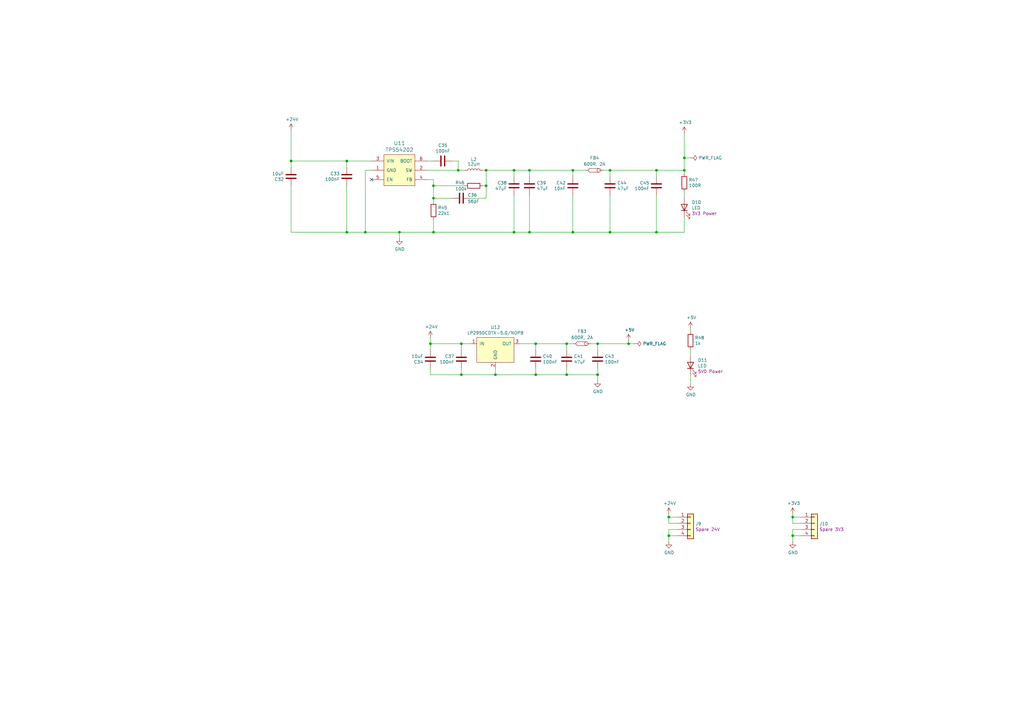
<source format=kicad_sch>
(kicad_sch (version 20211123) (generator eeschema)

  (uuid fb4e7351-d265-4999-adf6-bc7596c21cf3)

  (paper "A3")

  (title_block
    (title "Loco Main Board")
    (date "2021-05-26")
    (rev "vA")
    (comment 1 "MJ")
  )

  (lib_symbols
    (symbol "RCAS_Connectors_Generic:Conn_01x04" (pin_names (offset 1.016) hide) (in_bom yes) (on_board yes)
      (property "Reference" "J" (id 0) (at 0 5.08 0)
        (effects (font (size 1.27 1.27)))
      )
      (property "Value" "Conn_01x04" (id 1) (at 0 -7.62 0)
        (effects (font (size 1.27 1.27)))
      )
      (property "Footprint" "" (id 2) (at 0 0 0)
        (effects (font (size 1.27 1.27)) hide)
      )
      (property "Datasheet" "~" (id 3) (at 0 0 0)
        (effects (font (size 1.27 1.27)) hide)
      )
      (property "ki_keywords" "connector" (id 4) (at 0 0 0)
        (effects (font (size 1.27 1.27)) hide)
      )
      (property "ki_description" "Generic connector, single row, 01x04, script generated (kicad-library-utils/schlib/autogen/connector/)" (id 5) (at 0 0 0)
        (effects (font (size 1.27 1.27)) hide)
      )
      (property "ki_fp_filters" "Connector*:*_1x??_*" (id 6) (at 0 0 0)
        (effects (font (size 1.27 1.27)) hide)
      )
      (symbol "Conn_01x04_1_1"
        (rectangle (start -1.27 -4.953) (end 0 -5.207)
          (stroke (width 0.1524) (type default) (color 0 0 0 0))
          (fill (type none))
        )
        (rectangle (start -1.27 -2.413) (end 0 -2.667)
          (stroke (width 0.1524) (type default) (color 0 0 0 0))
          (fill (type none))
        )
        (rectangle (start -1.27 0.127) (end 0 -0.127)
          (stroke (width 0.1524) (type default) (color 0 0 0 0))
          (fill (type none))
        )
        (rectangle (start -1.27 2.667) (end 0 2.413)
          (stroke (width 0.1524) (type default) (color 0 0 0 0))
          (fill (type none))
        )
        (rectangle (start -1.27 3.81) (end 1.27 -6.35)
          (stroke (width 0.254) (type default) (color 0 0 0 0))
          (fill (type background))
        )
        (pin passive line (at -5.08 2.54 0) (length 3.81)
          (name "Pin_1" (effects (font (size 1.27 1.27))))
          (number "1" (effects (font (size 1.27 1.27))))
        )
        (pin passive line (at -5.08 0 0) (length 3.81)
          (name "Pin_2" (effects (font (size 1.27 1.27))))
          (number "2" (effects (font (size 1.27 1.27))))
        )
        (pin passive line (at -5.08 -2.54 0) (length 3.81)
          (name "Pin_3" (effects (font (size 1.27 1.27))))
          (number "3" (effects (font (size 1.27 1.27))))
        )
        (pin passive line (at -5.08 -5.08 0) (length 3.81)
          (name "Pin_4" (effects (font (size 1.27 1.27))))
          (number "4" (effects (font (size 1.27 1.27))))
        )
      )
    )
    (symbol "RCAS_LEDs:LED" (pin_numbers hide) (pin_names (offset 1.016) hide) (in_bom yes) (on_board yes)
      (property "Reference" "D" (id 0) (at 0 2.54 0)
        (effects (font (size 1.27 1.27)))
      )
      (property "Value" "LED" (id 1) (at 0 -2.54 0)
        (effects (font (size 1.27 1.27)))
      )
      (property "Footprint" "" (id 2) (at 0 0 0)
        (effects (font (size 1.27 1.27)) hide)
      )
      (property "Datasheet" "~" (id 3) (at 0 0 0)
        (effects (font (size 1.27 1.27)) hide)
      )
      (property "ki_keywords" "LED diode" (id 4) (at 0 0 0)
        (effects (font (size 1.27 1.27)) hide)
      )
      (property "ki_description" "Light emitting diode" (id 5) (at 0 0 0)
        (effects (font (size 1.27 1.27)) hide)
      )
      (property "ki_fp_filters" "LED* LED_SMD:* LED_THT:*" (id 6) (at 0 0 0)
        (effects (font (size 1.27 1.27)) hide)
      )
      (symbol "LED_0_1"
        (polyline
          (pts
            (xy -1.27 -1.27)
            (xy -1.27 1.27)
          )
          (stroke (width 0.254) (type default) (color 0 0 0 0))
          (fill (type none))
        )
        (polyline
          (pts
            (xy -1.27 0)
            (xy 1.27 0)
          )
          (stroke (width 0) (type default) (color 0 0 0 0))
          (fill (type none))
        )
        (polyline
          (pts
            (xy 1.27 -1.27)
            (xy 1.27 1.27)
            (xy -1.27 0)
            (xy 1.27 -1.27)
          )
          (stroke (width 0.254) (type default) (color 0 0 0 0))
          (fill (type none))
        )
        (polyline
          (pts
            (xy -3.048 -0.762)
            (xy -4.572 -2.286)
            (xy -3.81 -2.286)
            (xy -4.572 -2.286)
            (xy -4.572 -1.524)
          )
          (stroke (width 0) (type default) (color 0 0 0 0))
          (fill (type none))
        )
        (polyline
          (pts
            (xy -1.778 -0.762)
            (xy -3.302 -2.286)
            (xy -2.54 -2.286)
            (xy -3.302 -2.286)
            (xy -3.302 -1.524)
          )
          (stroke (width 0) (type default) (color 0 0 0 0))
          (fill (type none))
        )
      )
      (symbol "LED_1_1"
        (pin passive line (at -3.81 0 0) (length 2.54)
          (name "K" (effects (font (size 1.27 1.27))))
          (number "1" (effects (font (size 1.27 1.27))))
        )
        (pin passive line (at 3.81 0 180) (length 2.54)
          (name "A" (effects (font (size 1.27 1.27))))
          (number "2" (effects (font (size 1.27 1.27))))
        )
      )
    )
    (symbol "RCAS_Passives:Capacitor" (pin_numbers hide) (pin_names (offset 0.254)) (in_bom yes) (on_board yes)
      (property "Reference" "C" (id 0) (at 0.635 2.54 0)
        (effects (font (size 1.27 1.27)) (justify left))
      )
      (property "Value" "Capacitor" (id 1) (at 0.635 -2.54 0)
        (effects (font (size 1.27 1.27)) (justify left))
      )
      (property "Footprint" "" (id 2) (at 0.9652 -3.81 0)
        (effects (font (size 1.27 1.27)) hide)
      )
      (property "Datasheet" "~" (id 3) (at 0 0 0)
        (effects (font (size 1.27 1.27)) hide)
      )
      (property "ki_keywords" "cap capacitor" (id 4) (at 0 0 0)
        (effects (font (size 1.27 1.27)) hide)
      )
      (property "ki_description" "Unpolarized capacitor" (id 5) (at 0 0 0)
        (effects (font (size 1.27 1.27)) hide)
      )
      (property "ki_fp_filters" "C_*" (id 6) (at 0 0 0)
        (effects (font (size 1.27 1.27)) hide)
      )
      (symbol "Capacitor_0_1"
        (polyline
          (pts
            (xy -2.032 -0.762)
            (xy 2.032 -0.762)
          )
          (stroke (width 0.508) (type default) (color 0 0 0 0))
          (fill (type none))
        )
        (polyline
          (pts
            (xy -2.032 0.762)
            (xy 2.032 0.762)
          )
          (stroke (width 0.508) (type default) (color 0 0 0 0))
          (fill (type none))
        )
      )
      (symbol "Capacitor_1_1"
        (pin passive line (at 0 3.81 270) (length 2.794)
          (name "~" (effects (font (size 1.27 1.27))))
          (number "1" (effects (font (size 1.27 1.27))))
        )
        (pin passive line (at 0 -3.81 90) (length 2.794)
          (name "~" (effects (font (size 1.27 1.27))))
          (number "2" (effects (font (size 1.27 1.27))))
        )
      )
    )
    (symbol "RCAS_Passives:Ferrite_Bead" (pin_numbers hide) (pin_names (offset 0)) (in_bom yes) (on_board yes)
      (property "Reference" "FB" (id 0) (at -1.905 0.635 90)
        (effects (font (size 1.27 1.27)))
      )
      (property "Value" "Ferrite_Bead" (id 1) (at 1.905 0.635 90)
        (effects (font (size 1.27 1.27)))
      )
      (property "Footprint" "" (id 2) (at -3.048 1.27 90)
        (effects (font (size 1.27 1.27)) hide)
      )
      (property "Datasheet" "~" (id 3) (at -1.27 1.27 0)
        (effects (font (size 1.27 1.27)) hide)
      )
      (property "ki_keywords" "L ferrite bead inductor filter" (id 4) (at 0 0 0)
        (effects (font (size 1.27 1.27)) hide)
      )
      (property "ki_description" "Ferrite bead" (id 5) (at 0 0 0)
        (effects (font (size 1.27 1.27)) hide)
      )
      (property "ki_fp_filters" "Inductor_* L_* *Ferrite*" (id 6) (at 0 0 0)
        (effects (font (size 1.27 1.27)) hide)
      )
      (symbol "Ferrite_Bead_0_1"
        (arc (start -0.762 -1.778) (mid 0 -2.54) (end 0.762 -1.778)
          (stroke (width 0) (type default) (color 0 0 0 0))
          (fill (type none))
        )
        (polyline
          (pts
            (xy -0.762 -1.778)
            (xy -0.762 1.778)
          )
          (stroke (width 0) (type default) (color 0 0 0 0))
          (fill (type none))
        )
        (polyline
          (pts
            (xy 0.762 -1.778)
            (xy 0.762 1.778)
          )
          (stroke (width 0) (type default) (color 0 0 0 0))
          (fill (type none))
        )
        (circle (center 0 1.778) (radius 0.762)
          (stroke (width 0) (type default) (color 0 0 0 0))
          (fill (type none))
        )
      )
      (symbol "Ferrite_Bead_1_1"
        (pin passive line (at 0 3.81 270) (length 2.032)
          (name "~" (effects (font (size 1.27 1.27))))
          (number "1" (effects (font (size 1.27 1.27))))
        )
        (pin passive line (at 0 -3.81 90) (length 1.27)
          (name "~" (effects (font (size 1.27 1.27))))
          (number "2" (effects (font (size 1.27 1.27))))
        )
      )
    )
    (symbol "RCAS_Passives:Inductor" (pin_numbers hide) (pin_names (offset 1.016) hide) (in_bom yes) (on_board yes)
      (property "Reference" "L" (id 0) (at -1.27 0 90)
        (effects (font (size 1.27 1.27)))
      )
      (property "Value" "Inductor" (id 1) (at 1.905 0 90)
        (effects (font (size 1.27 1.27)))
      )
      (property "Footprint" "" (id 2) (at 0 0 0)
        (effects (font (size 1.27 1.27)) hide)
      )
      (property "Datasheet" "~" (id 3) (at 0 0 0)
        (effects (font (size 1.27 1.27)) hide)
      )
      (property "ki_keywords" "inductor choke coil reactor magnetic" (id 4) (at 0 0 0)
        (effects (font (size 1.27 1.27)) hide)
      )
      (property "ki_description" "Inductor" (id 5) (at 0 0 0)
        (effects (font (size 1.27 1.27)) hide)
      )
      (property "ki_fp_filters" "Choke_* *Coil* Inductor_* L_*" (id 6) (at 0 0 0)
        (effects (font (size 1.27 1.27)) hide)
      )
      (symbol "Inductor_0_1"
        (arc (start 0 -2.54) (mid 0.635 -1.905) (end 0 -1.27)
          (stroke (width 0) (type default) (color 0 0 0 0))
          (fill (type none))
        )
        (arc (start 0 -1.27) (mid 0.635 -0.635) (end 0 0)
          (stroke (width 0) (type default) (color 0 0 0 0))
          (fill (type none))
        )
        (arc (start 0 0) (mid 0.635 0.635) (end 0 1.27)
          (stroke (width 0) (type default) (color 0 0 0 0))
          (fill (type none))
        )
        (arc (start 0 1.27) (mid 0.635 1.905) (end 0 2.54)
          (stroke (width 0) (type default) (color 0 0 0 0))
          (fill (type none))
        )
      )
      (symbol "Inductor_1_1"
        (pin passive line (at 0 3.81 270) (length 1.27)
          (name "1" (effects (font (size 1.27 1.27))))
          (number "1" (effects (font (size 1.27 1.27))))
        )
        (pin passive line (at 0 -3.81 90) (length 1.27)
          (name "2" (effects (font (size 1.27 1.27))))
          (number "2" (effects (font (size 1.27 1.27))))
        )
      )
    )
    (symbol "RCAS_Passives:Resistor" (pin_numbers hide) (pin_names (offset 0)) (in_bom yes) (on_board yes)
      (property "Reference" "R" (id 0) (at 2.032 0 90)
        (effects (font (size 1.27 1.27)))
      )
      (property "Value" "Resistor" (id 1) (at 0 0 90)
        (effects (font (size 1.27 1.27)))
      )
      (property "Footprint" "" (id 2) (at -1.778 0 90)
        (effects (font (size 1.27 1.27)) hide)
      )
      (property "Datasheet" "~" (id 3) (at 0 0 0)
        (effects (font (size 1.27 1.27)) hide)
      )
      (property "ki_keywords" "R res resistor" (id 4) (at 0 0 0)
        (effects (font (size 1.27 1.27)) hide)
      )
      (property "ki_description" "Resistor" (id 5) (at 0 0 0)
        (effects (font (size 1.27 1.27)) hide)
      )
      (property "ki_fp_filters" "R_*" (id 6) (at 0 0 0)
        (effects (font (size 1.27 1.27)) hide)
      )
      (symbol "Resistor_0_1"
        (rectangle (start -1.016 -2.54) (end 1.016 2.54)
          (stroke (width 0.254) (type default) (color 0 0 0 0))
          (fill (type none))
        )
      )
      (symbol "Resistor_1_1"
        (pin passive line (at 0 3.81 270) (length 1.27)
          (name "~" (effects (font (size 1.27 1.27))))
          (number "1" (effects (font (size 1.27 1.27))))
        )
        (pin passive line (at 0 -3.81 90) (length 1.27)
          (name "~" (effects (font (size 1.27 1.27))))
          (number "2" (effects (font (size 1.27 1.27))))
        )
      )
    )
    (symbol "RCAS_Power_Symbols:+24V0" (power) (pin_names (offset 0)) (in_bom yes) (on_board yes)
      (property "Reference" "#PWR" (id 0) (at 0 -3.81 0)
        (effects (font (size 1.27 1.27)) hide)
      )
      (property "Value" "+24V0" (id 1) (at 0 3.556 0)
        (effects (font (size 1.27 1.27)))
      )
      (property "Footprint" "" (id 2) (at 0 0 0)
        (effects (font (size 1.27 1.27)) hide)
      )
      (property "Datasheet" "" (id 3) (at 0 0 0)
        (effects (font (size 1.27 1.27)) hide)
      )
      (property "ki_keywords" "power-flag" (id 4) (at 0 0 0)
        (effects (font (size 1.27 1.27)) hide)
      )
      (property "ki_description" "Power symbol creates a global label with name \"+24V0\"" (id 5) (at 0 0 0)
        (effects (font (size 1.27 1.27)) hide)
      )
      (symbol "+24V0_0_1"
        (polyline
          (pts
            (xy -0.762 1.27)
            (xy 0 2.54)
          )
          (stroke (width 0) (type default) (color 0 0 0 0))
          (fill (type none))
        )
        (polyline
          (pts
            (xy 0 0)
            (xy 0 2.54)
          )
          (stroke (width 0) (type default) (color 0 0 0 0))
          (fill (type none))
        )
        (polyline
          (pts
            (xy 0 2.54)
            (xy 0.762 1.27)
          )
          (stroke (width 0) (type default) (color 0 0 0 0))
          (fill (type none))
        )
      )
      (symbol "+24V0_1_1"
        (pin power_in line (at 0 0 90) (length 0) hide
          (name "+24V" (effects (font (size 1.27 1.27))))
          (number "1" (effects (font (size 1.27 1.27))))
        )
      )
    )
    (symbol "RCAS_Power_Symbols:+3V3" (power) (pin_names (offset 0)) (in_bom yes) (on_board yes)
      (property "Reference" "#PWR" (id 0) (at 0 -3.81 0)
        (effects (font (size 1.27 1.27)) hide)
      )
      (property "Value" "+3V3" (id 1) (at 0 3.556 0)
        (effects (font (size 1.27 1.27)))
      )
      (property "Footprint" "" (id 2) (at 0 0 0)
        (effects (font (size 1.27 1.27)) hide)
      )
      (property "Datasheet" "" (id 3) (at 0 0 0)
        (effects (font (size 1.27 1.27)) hide)
      )
      (property "ki_keywords" "power-flag" (id 4) (at 0 0 0)
        (effects (font (size 1.27 1.27)) hide)
      )
      (property "ki_description" "Power symbol creates a global label with name \"+3V3\"" (id 5) (at 0 0 0)
        (effects (font (size 1.27 1.27)) hide)
      )
      (symbol "+3V3_0_1"
        (polyline
          (pts
            (xy -0.762 1.27)
            (xy 0 2.54)
          )
          (stroke (width 0) (type default) (color 0 0 0 0))
          (fill (type none))
        )
        (polyline
          (pts
            (xy 0 0)
            (xy 0 2.54)
          )
          (stroke (width 0) (type default) (color 0 0 0 0))
          (fill (type none))
        )
        (polyline
          (pts
            (xy 0 2.54)
            (xy 0.762 1.27)
          )
          (stroke (width 0) (type default) (color 0 0 0 0))
          (fill (type none))
        )
      )
      (symbol "+3V3_1_1"
        (pin power_in line (at 0 0 90) (length 0) hide
          (name "+3V3" (effects (font (size 1.27 1.27))))
          (number "1" (effects (font (size 1.27 1.27))))
        )
      )
    )
    (symbol "RCAS_Power_Symbols:+5V0" (power) (pin_names (offset 0)) (in_bom yes) (on_board yes)
      (property "Reference" "#PWR" (id 0) (at 0 -3.81 0)
        (effects (font (size 1.27 1.27)) hide)
      )
      (property "Value" "+5V0" (id 1) (at 0 3.556 0)
        (effects (font (size 1.27 1.27)))
      )
      (property "Footprint" "" (id 2) (at 0 0 0)
        (effects (font (size 1.27 1.27)) hide)
      )
      (property "Datasheet" "" (id 3) (at 0 0 0)
        (effects (font (size 1.27 1.27)) hide)
      )
      (property "ki_keywords" "power-flag" (id 4) (at 0 0 0)
        (effects (font (size 1.27 1.27)) hide)
      )
      (property "ki_description" "Power symbol creates a global label with name \"+5V0\"" (id 5) (at 0 0 0)
        (effects (font (size 1.27 1.27)) hide)
      )
      (symbol "+5V0_0_1"
        (polyline
          (pts
            (xy -0.762 1.27)
            (xy 0 2.54)
          )
          (stroke (width 0) (type default) (color 0 0 0 0))
          (fill (type none))
        )
        (polyline
          (pts
            (xy 0 0)
            (xy 0 2.54)
          )
          (stroke (width 0) (type default) (color 0 0 0 0))
          (fill (type none))
        )
        (polyline
          (pts
            (xy 0 2.54)
            (xy 0.762 1.27)
          )
          (stroke (width 0) (type default) (color 0 0 0 0))
          (fill (type none))
        )
      )
      (symbol "+5V0_1_1"
        (pin power_in line (at 0 0 90) (length 0) hide
          (name "+5V" (effects (font (size 1.27 1.27))))
          (number "1" (effects (font (size 1.27 1.27))))
        )
      )
    )
    (symbol "RCAS_Power_Symbols:GND" (power) (pin_names (offset 0)) (in_bom yes) (on_board yes)
      (property "Reference" "#PWR" (id 0) (at 0 -6.35 0)
        (effects (font (size 1.27 1.27)) hide)
      )
      (property "Value" "GND" (id 1) (at 0 -3.81 0)
        (effects (font (size 1.27 1.27)))
      )
      (property "Footprint" "" (id 2) (at 0 0 0)
        (effects (font (size 1.27 1.27)) hide)
      )
      (property "Datasheet" "" (id 3) (at 0 0 0)
        (effects (font (size 1.27 1.27)) hide)
      )
      (property "ki_keywords" "power-flag" (id 4) (at 0 0 0)
        (effects (font (size 1.27 1.27)) hide)
      )
      (property "ki_description" "Power symbol creates a global label with name \"GND\" , ground" (id 5) (at 0 0 0)
        (effects (font (size 1.27 1.27)) hide)
      )
      (symbol "GND_0_1"
        (polyline
          (pts
            (xy 0 0)
            (xy 0 -1.27)
            (xy 1.27 -1.27)
            (xy 0 -2.54)
            (xy -1.27 -1.27)
            (xy 0 -1.27)
          )
          (stroke (width 0) (type default) (color 0 0 0 0))
          (fill (type none))
        )
      )
      (symbol "GND_1_1"
        (pin power_in line (at 0 0 270) (length 0) hide
          (name "GND" (effects (font (size 1.27 1.27))))
          (number "1" (effects (font (size 1.27 1.27))))
        )
      )
    )
    (symbol "RCAS_Power_Symbols:PWR_FLAG" (power) (pin_numbers hide) (pin_names (offset 0) hide) (in_bom yes) (on_board yes)
      (property "Reference" "#FLG" (id 0) (at 0 1.905 0)
        (effects (font (size 1.27 1.27)) hide)
      )
      (property "Value" "PWR_FLAG" (id 1) (at 0 3.81 0)
        (effects (font (size 1.27 1.27)) hide)
      )
      (property "Footprint" "" (id 2) (at 0 0 0)
        (effects (font (size 1.27 1.27)) hide)
      )
      (property "Datasheet" "~" (id 3) (at 0 0 0)
        (effects (font (size 1.27 1.27)) hide)
      )
      (property "ki_keywords" "power-flag" (id 4) (at 0 0 0)
        (effects (font (size 1.27 1.27)) hide)
      )
      (property "ki_description" "Special symbol for telling ERC where power comes from" (id 5) (at 0 0 0)
        (effects (font (size 1.27 1.27)) hide)
      )
      (symbol "PWR_FLAG_0_0"
        (pin power_out line (at 0 0 90) (length 0)
          (name "pwr" (effects (font (size 1.27 1.27))))
          (number "1" (effects (font (size 1.27 1.27))))
        )
      )
      (symbol "PWR_FLAG_0_1"
        (polyline
          (pts
            (xy 0 0)
            (xy 0 1.27)
            (xy -1.016 1.905)
            (xy 0 2.54)
            (xy 1.016 1.905)
            (xy 0 1.27)
          )
          (stroke (width 0) (type default) (color 0 0 0 0))
          (fill (type none))
        )
      )
    )
    (symbol "RCAS_Regulators_Linear:Voltage_Regulator_IN-GND-OUT" (pin_names (offset 1.016)) (in_bom yes) (on_board yes)
      (property "Reference" "U" (id 0) (at 0 10.16 0)
        (effects (font (size 1.27 1.27)))
      )
      (property "Value" "Voltage_Regulator_IN-GND-OUT" (id 1) (at 0 7.62 0)
        (effects (font (size 1.27 1.27)))
      )
      (property "Footprint" "" (id 2) (at 0 12.7 0)
        (effects (font (size 1.27 1.27)) hide)
      )
      (property "Datasheet" "" (id 3) (at 0 12.7 0)
        (effects (font (size 1.27 1.27)) hide)
      )
      (symbol "Voltage_Regulator_IN-GND-OUT_0_0"
        (pin power_in line (at -10.16 2.54 0) (length 2.54)
          (name "IN" (effects (font (size 1.27 1.27))))
          (number "1" (effects (font (size 1.27 1.27))))
        )
        (pin power_in line (at 0 -7.62 90) (length 2.54)
          (name "GND" (effects (font (size 1.27 1.27))))
          (number "2" (effects (font (size 1.27 1.27))))
        )
        (pin power_out line (at 10.16 2.54 180) (length 2.54)
          (name "OUT" (effects (font (size 1.27 1.27))))
          (number "3" (effects (font (size 1.27 1.27))))
        )
      )
      (symbol "Voltage_Regulator_IN-GND-OUT_0_1"
        (rectangle (start -7.62 5.08) (end 7.62 -5.08)
          (stroke (width 0) (type default) (color 0 0 0 0))
          (fill (type background))
        )
      )
    )
    (symbol "RCAS_Regulators_Switch-Mode:TPS54202" (pin_names (offset 1.016)) (in_bom yes) (on_board yes)
      (property "Reference" "U?" (id 0) (at 0 10.16 0)
        (effects (font (size 1.524 1.524)))
      )
      (property "Value" "TPS54202" (id 1) (at 0 7.62 0)
        (effects (font (size 1.524 1.524)))
      )
      (property "Footprint" "" (id 2) (at 0 1.27 0)
        (effects (font (size 1.524 1.524)) hide)
      )
      (property "Datasheet" "" (id 3) (at 0 1.27 0)
        (effects (font (size 1.524 1.524)) hide)
      )
      (property "ki_description" "TPS54202 synchronous step-down voltage converter 2A SOT-23" (id 4) (at 0 0 0)
        (effects (font (size 1.27 1.27)) hide)
      )
      (symbol "TPS54202_0_1"
        (rectangle (start -6.35 6.35) (end 6.35 -6.35)
          (stroke (width 0) (type default) (color 0 0 0 0))
          (fill (type background))
        )
      )
      (symbol "TPS54202_1_1"
        (pin power_in line (at -11.43 0 0) (length 5.08)
          (name "GND" (effects (font (size 1.27 1.27))))
          (number "1" (effects (font (size 1.27 1.27))))
        )
        (pin output line (at 11.43 0 180) (length 5.08)
          (name "SW" (effects (font (size 1.27 1.27))))
          (number "2" (effects (font (size 1.27 1.27))))
        )
        (pin power_in line (at -11.43 3.81 0) (length 5.08)
          (name "VIN" (effects (font (size 1.27 1.27))))
          (number "3" (effects (font (size 1.27 1.27))))
        )
        (pin input line (at 11.43 -3.81 180) (length 5.08)
          (name "FB" (effects (font (size 1.27 1.27))))
          (number "4" (effects (font (size 1.27 1.27))))
        )
        (pin input line (at -11.43 -3.81 0) (length 5.08)
          (name "EN" (effects (font (size 1.27 1.27))))
          (number "5" (effects (font (size 1.27 1.27))))
        )
        (pin output line (at 11.43 3.81 180) (length 5.08)
          (name "BOOT" (effects (font (size 1.27 1.27))))
          (number "6" (effects (font (size 1.27 1.27))))
        )
      )
    )
  )


  (junction (at 219.71 140.97) (diameter 0) (color 0 0 0 0)
    (uuid 04868f85-bc69-4fa9-8e62-d78ffe5ae58e)
  )
  (junction (at 210.82 69.85) (diameter 0) (color 0 0 0 0)
    (uuid 059f4155-bed3-4fb2-9baa-d569f31b7e5d)
  )
  (junction (at 325.12 219.71) (diameter 0) (color 0 0 0 0)
    (uuid 199ade13-7442-4da9-8eea-a8e7681e2aee)
  )
  (junction (at 189.23 140.97) (diameter 0) (color 0 0 0 0)
    (uuid 2b1a1d99-4ea2-4cae-846a-5609aadc4265)
  )
  (junction (at 325.12 212.09) (diameter 0) (color 0 0 0 0)
    (uuid 30b75c25-1d2c-45e7-83e2-bb3be98f8f83)
  )
  (junction (at 177.8 76.2) (diameter 0) (color 0 0 0 0)
    (uuid 42eea0a0-d889-4e4e-980c-c3b6b62767e5)
  )
  (junction (at 250.19 69.85) (diameter 0) (color 0 0 0 0)
    (uuid 5a63aa46-8c18-43d5-8def-1c886562be17)
  )
  (junction (at 269.24 95.25) (diameter 0) (color 0 0 0 0)
    (uuid 5f7505cc-53a6-463b-b397-33ff845b1ac0)
  )
  (junction (at 274.32 212.09) (diameter 0) (color 0 0 0 0)
    (uuid 60ca4740-3009-4486-93d6-c2502818122b)
  )
  (junction (at 217.17 69.85) (diameter 0) (color 0 0 0 0)
    (uuid 6fb8126a-bcf3-40a3-924c-e2fbe8dba36a)
  )
  (junction (at 234.95 95.25) (diameter 0) (color 0 0 0 0)
    (uuid 767e3782-90bf-4d7f-b1ef-719aa7013187)
  )
  (junction (at 245.11 140.97) (diameter 0) (color 0 0 0 0)
    (uuid 7d86ba37-b98f-40a5-b35f-96db8417b185)
  )
  (junction (at 199.39 69.85) (diameter 0) (color 0 0 0 0)
    (uuid 7fc6eda3-a41a-4ab9-935d-37e18cb30594)
  )
  (junction (at 257.81 140.97) (diameter 0) (color 0 0 0 0)
    (uuid 8aab4608-39e8-491a-83a8-7194f36094f1)
  )
  (junction (at 219.71 153.67) (diameter 0) (color 0 0 0 0)
    (uuid 90207e9d-650a-4c45-b7d5-e506cc85537d)
  )
  (junction (at 234.95 69.85) (diameter 0) (color 0 0 0 0)
    (uuid 9d4bb085-5413-4cad-9765-4f916ffbe612)
  )
  (junction (at 269.24 69.85) (diameter 0) (color 0 0 0 0)
    (uuid 9efb25aa-d11e-4d2f-96a9-326a2f75dcc1)
  )
  (junction (at 250.19 95.25) (diameter 0) (color 0 0 0 0)
    (uuid 9fbabfd5-5316-4dcb-8d99-3c53b9c69880)
  )
  (junction (at 177.8 95.25) (diameter 0) (color 0 0 0 0)
    (uuid a12c94a5-1fd0-4cb6-9bfe-f7529f451405)
  )
  (junction (at 176.53 140.97) (diameter 0) (color 0 0 0 0)
    (uuid a29e1299-22c5-4fd2-9a37-e405785962a9)
  )
  (junction (at 232.41 140.97) (diameter 0) (color 0 0 0 0)
    (uuid a6d88d7d-92d8-4fc8-b103-7599e55f18c0)
  )
  (junction (at 232.41 153.67) (diameter 0) (color 0 0 0 0)
    (uuid a8333ca2-6919-4fe3-9f28-bacc852923df)
  )
  (junction (at 203.2 153.67) (diameter 0) (color 0 0 0 0)
    (uuid a8cdda0e-7b06-4b92-8078-341b4e32614a)
  )
  (junction (at 210.82 95.25) (diameter 0) (color 0 0 0 0)
    (uuid bb7f3caf-4343-4dcb-b7b2-5479c850c4a2)
  )
  (junction (at 189.23 153.67) (diameter 0) (color 0 0 0 0)
    (uuid bc408f2c-2338-4a2e-9d30-e90fd4d4f487)
  )
  (junction (at 187.96 69.85) (diameter 0) (color 0 0 0 0)
    (uuid c546008e-7661-419e-94b3-0bbb9fd14ec8)
  )
  (junction (at 245.11 153.67) (diameter 0) (color 0 0 0 0)
    (uuid c6d0e6be-376d-4beb-9794-508920a2265a)
  )
  (junction (at 280.67 69.85) (diameter 0) (color 0 0 0 0)
    (uuid d09d8e7f-f203-4b36-92ba-f9f29b6e7d13)
  )
  (junction (at 274.32 219.71) (diameter 0) (color 0 0 0 0)
    (uuid d27bd75e-eeb9-4d8b-bfdb-bddce4b94b6c)
  )
  (junction (at 217.17 95.25) (diameter 0) (color 0 0 0 0)
    (uuid d8932824-bdfc-4009-a7d0-6ff32efa7e1a)
  )
  (junction (at 280.67 64.77) (diameter 0) (color 0 0 0 0)
    (uuid e250304b-2864-4f44-b1e8-173cc34a2ac6)
  )
  (junction (at 163.83 95.25) (diameter 0) (color 0 0 0 0)
    (uuid e63748d3-3196-486f-8f95-bb4d9876653d)
  )
  (junction (at 119.38 66.04) (diameter 0) (color 0 0 0 0)
    (uuid e8cb6cb3-dd2b-4328-8592-132e369ebb71)
  )
  (junction (at 142.24 66.04) (diameter 0) (color 0 0 0 0)
    (uuid ec0137ed-9765-4dfb-9cee-4a1826ddb19d)
  )
  (junction (at 199.39 76.2) (diameter 0) (color 0 0 0 0)
    (uuid f17daa22-500e-4b54-81a7-f5c3878a87d9)
  )
  (junction (at 149.86 95.25) (diameter 0) (color 0 0 0 0)
    (uuid f4f6e269-d484-4c43-84cc-450e042e2e24)
  )
  (junction (at 142.24 95.25) (diameter 0) (color 0 0 0 0)
    (uuid f56e10b5-909a-4bf7-b9bb-b5663dc8fff0)
  )
  (junction (at 177.8 81.28) (diameter 0) (color 0 0 0 0)
    (uuid ff163833-80b9-4bc7-baa1-aa11870ad397)
  )

  (no_connect (at 152.4 73.66) (uuid ca9607c0-16b8-4085-880e-b87c3f210fd1))

  (wire (pts (xy 280.67 54.61) (xy 280.67 64.77))
    (stroke (width 0) (type default) (color 0 0 0 0))
    (uuid 01657d30-6f8e-4bbd-a3dd-6a0742c69aca)
  )
  (wire (pts (xy 199.39 69.85) (xy 199.39 76.2))
    (stroke (width 0) (type default) (color 0 0 0 0))
    (uuid 0452da17-4ccf-4bdc-9fc3-b0a09600bd55)
  )
  (wire (pts (xy 269.24 72.39) (xy 269.24 69.85))
    (stroke (width 0) (type default) (color 0 0 0 0))
    (uuid 0774b60f-e343-428b-9125-3ca983239ad5)
  )
  (wire (pts (xy 269.24 80.01) (xy 269.24 95.25))
    (stroke (width 0) (type default) (color 0 0 0 0))
    (uuid 0844b132-5386-469c-86ff-d527c8a00608)
  )
  (wire (pts (xy 175.26 66.04) (xy 177.8 66.04))
    (stroke (width 0) (type default) (color 0 0 0 0))
    (uuid 086ab04d-4086-427c-992f-819b91a9021d)
  )
  (wire (pts (xy 280.67 64.77) (xy 280.67 69.85))
    (stroke (width 0) (type default) (color 0 0 0 0))
    (uuid 08bb8c58-1868-4a96-8aaa-36d9e141ec38)
  )
  (wire (pts (xy 328.93 219.71) (xy 325.12 219.71))
    (stroke (width 0) (type default) (color 0 0 0 0))
    (uuid 0a52fedd-967a-423d-aaaf-3875f20f935b)
  )
  (wire (pts (xy 328.93 212.09) (xy 325.12 212.09))
    (stroke (width 0) (type default) (color 0 0 0 0))
    (uuid 0dcb5ab5-f291-489d-b2bc-0f0b25b801ee)
  )
  (wire (pts (xy 142.24 66.04) (xy 152.4 66.04))
    (stroke (width 0) (type default) (color 0 0 0 0))
    (uuid 12721b60-b423-4830-af94-c68b76872f05)
  )
  (wire (pts (xy 250.19 95.25) (xy 269.24 95.25))
    (stroke (width 0) (type default) (color 0 0 0 0))
    (uuid 12c9f3e1-9431-42f8-b6f8-fb6fd35fc1cb)
  )
  (wire (pts (xy 242.57 140.97) (xy 245.11 140.97))
    (stroke (width 0) (type default) (color 0 0 0 0))
    (uuid 133bb99a-82f3-4f77-a20b-451874ac44f4)
  )
  (wire (pts (xy 328.93 217.17) (xy 325.12 217.17))
    (stroke (width 0) (type default) (color 0 0 0 0))
    (uuid 17adff9d-c581-42e4-b552-035b922b5256)
  )
  (wire (pts (xy 278.13 212.09) (xy 274.32 212.09))
    (stroke (width 0) (type default) (color 0 0 0 0))
    (uuid 19d6a411-8997-491d-aace-09fdbc63404d)
  )
  (wire (pts (xy 142.24 76.2) (xy 142.24 95.25))
    (stroke (width 0) (type default) (color 0 0 0 0))
    (uuid 1d20c966-0439-42a1-b5e3-5e76b52f827f)
  )
  (wire (pts (xy 210.82 69.85) (xy 210.82 72.39))
    (stroke (width 0) (type default) (color 0 0 0 0))
    (uuid 248d15cd-dd0c-425d-94cb-b44ccf865457)
  )
  (wire (pts (xy 176.53 140.97) (xy 176.53 143.51))
    (stroke (width 0) (type default) (color 0 0 0 0))
    (uuid 2628b16a-8b1e-4398-be45-c147110e73bb)
  )
  (wire (pts (xy 219.71 140.97) (xy 232.41 140.97))
    (stroke (width 0) (type default) (color 0 0 0 0))
    (uuid 2792ed93-89db-4e51-99ff-281323e776eb)
  )
  (wire (pts (xy 190.5 76.2) (xy 177.8 76.2))
    (stroke (width 0) (type default) (color 0 0 0 0))
    (uuid 2dba072b-3aba-4c6e-8dad-0c854cc5ab37)
  )
  (wire (pts (xy 240.03 69.85) (xy 234.95 69.85))
    (stroke (width 0) (type default) (color 0 0 0 0))
    (uuid 338b7824-6fa7-42ef-b79a-c6dc90689f4e)
  )
  (wire (pts (xy 203.2 153.67) (xy 203.2 151.13))
    (stroke (width 0) (type default) (color 0 0 0 0))
    (uuid 3497045f-d218-47c9-8fd1-2d0a39585aa6)
  )
  (wire (pts (xy 177.8 73.66) (xy 175.26 73.66))
    (stroke (width 0) (type default) (color 0 0 0 0))
    (uuid 3aec5e23-e675-4bcf-9a9e-48cb59d51927)
  )
  (wire (pts (xy 176.53 151.13) (xy 176.53 153.67))
    (stroke (width 0) (type default) (color 0 0 0 0))
    (uuid 3bc24d10-b3eb-4abe-836d-a8521ccc4341)
  )
  (wire (pts (xy 189.23 143.51) (xy 189.23 140.97))
    (stroke (width 0) (type default) (color 0 0 0 0))
    (uuid 3cf0233f-86e3-4b85-ad75-fb8a46f37498)
  )
  (wire (pts (xy 250.19 69.85) (xy 247.65 69.85))
    (stroke (width 0) (type default) (color 0 0 0 0))
    (uuid 3d0a8609-a059-4734-b988-da00f509164d)
  )
  (wire (pts (xy 217.17 95.25) (xy 234.95 95.25))
    (stroke (width 0) (type default) (color 0 0 0 0))
    (uuid 407d0cd8-54f8-47a8-90cb-42c8a441d04f)
  )
  (wire (pts (xy 232.41 140.97) (xy 232.41 143.51))
    (stroke (width 0) (type default) (color 0 0 0 0))
    (uuid 4102ae0e-3d75-40cd-957b-0b4db5d3f5ee)
  )
  (wire (pts (xy 187.96 69.85) (xy 190.5 69.85))
    (stroke (width 0) (type default) (color 0 0 0 0))
    (uuid 42688fc6-3e24-4a56-9963-828da46dcdfb)
  )
  (wire (pts (xy 325.12 212.09) (xy 325.12 214.63))
    (stroke (width 0) (type default) (color 0 0 0 0))
    (uuid 44cd273f-f3a1-4b9a-83a6-972b276409e1)
  )
  (wire (pts (xy 177.8 95.25) (xy 210.82 95.25))
    (stroke (width 0) (type default) (color 0 0 0 0))
    (uuid 45fc93ca-f8ba-48a8-9189-1c9886475cd3)
  )
  (wire (pts (xy 149.86 95.25) (xy 163.83 95.25))
    (stroke (width 0) (type default) (color 0 0 0 0))
    (uuid 4be2d863-39fc-49fd-99c7-77790b42f677)
  )
  (wire (pts (xy 280.67 88.9) (xy 280.67 95.25))
    (stroke (width 0) (type default) (color 0 0 0 0))
    (uuid 5125c4d9-cf5c-4fe5-9dc8-c939e40fcd6f)
  )
  (wire (pts (xy 175.26 69.85) (xy 187.96 69.85))
    (stroke (width 0) (type default) (color 0 0 0 0))
    (uuid 51bdd1cb-8a01-4b1c-940a-3ff4dd1de87c)
  )
  (wire (pts (xy 260.35 140.97) (xy 257.81 140.97))
    (stroke (width 0) (type default) (color 0 0 0 0))
    (uuid 544c9ad7-a0b6-4f88-9dcd-908e3e2acf79)
  )
  (wire (pts (xy 325.12 217.17) (xy 325.12 219.71))
    (stroke (width 0) (type default) (color 0 0 0 0))
    (uuid 5684e95c-6824-46cf-8e72-881178a51d31)
  )
  (wire (pts (xy 280.67 95.25) (xy 269.24 95.25))
    (stroke (width 0) (type default) (color 0 0 0 0))
    (uuid 58728297-c362-4c70-a751-4d60ffa81b1a)
  )
  (wire (pts (xy 185.42 66.04) (xy 187.96 66.04))
    (stroke (width 0) (type default) (color 0 0 0 0))
    (uuid 59246647-4e57-4b5f-9f1e-b0cc1fb90bb2)
  )
  (wire (pts (xy 189.23 140.97) (xy 176.53 140.97))
    (stroke (width 0) (type default) (color 0 0 0 0))
    (uuid 594594ee-9de8-45bc-b621-a9251877b0c2)
  )
  (wire (pts (xy 278.13 217.17) (xy 274.32 217.17))
    (stroke (width 0) (type default) (color 0 0 0 0))
    (uuid 5aa1c642-a9f0-4211-8572-3a7e8453422e)
  )
  (wire (pts (xy 187.96 66.04) (xy 187.96 69.85))
    (stroke (width 0) (type default) (color 0 0 0 0))
    (uuid 6025c071-1487-4c03-a645-f67437519813)
  )
  (wire (pts (xy 269.24 69.85) (xy 280.67 69.85))
    (stroke (width 0) (type default) (color 0 0 0 0))
    (uuid 60fc0348-15d2-462c-9b87-dbb507b8717b)
  )
  (wire (pts (xy 185.42 81.28) (xy 177.8 81.28))
    (stroke (width 0) (type default) (color 0 0 0 0))
    (uuid 62ab9051-fded-466c-9df1-9b40d76dc590)
  )
  (wire (pts (xy 176.53 138.43) (xy 176.53 140.97))
    (stroke (width 0) (type default) (color 0 0 0 0))
    (uuid 6476e233-d260-45fe-84d2-9ade7d0003a0)
  )
  (wire (pts (xy 142.24 68.58) (xy 142.24 66.04))
    (stroke (width 0) (type default) (color 0 0 0 0))
    (uuid 663e5097-d637-4088-8d27-2d72ff835abc)
  )
  (wire (pts (xy 119.38 76.2) (xy 119.38 95.25))
    (stroke (width 0) (type default) (color 0 0 0 0))
    (uuid 72729c20-0465-4f8c-be80-3c22bb337ef7)
  )
  (wire (pts (xy 325.12 214.63) (xy 328.93 214.63))
    (stroke (width 0) (type default) (color 0 0 0 0))
    (uuid 7410568a-af90-4a4e-a67d-5fd1863e0d95)
  )
  (wire (pts (xy 234.95 140.97) (xy 232.41 140.97))
    (stroke (width 0) (type default) (color 0 0 0 0))
    (uuid 773bdc81-beec-4a4b-9485-1c1dd15c6e5a)
  )
  (wire (pts (xy 245.11 140.97) (xy 245.11 143.51))
    (stroke (width 0) (type default) (color 0 0 0 0))
    (uuid 78de0256-23a6-42c0-8b5a-1425aa40457a)
  )
  (wire (pts (xy 250.19 72.39) (xy 250.19 69.85))
    (stroke (width 0) (type default) (color 0 0 0 0))
    (uuid 7984c59d-64f6-424c-8273-5bab21ab292d)
  )
  (wire (pts (xy 280.67 81.28) (xy 280.67 78.74))
    (stroke (width 0) (type default) (color 0 0 0 0))
    (uuid 7b58219a-a31d-4ba4-804a-77c6d706d8bc)
  )
  (wire (pts (xy 210.82 69.85) (xy 217.17 69.85))
    (stroke (width 0) (type default) (color 0 0 0 0))
    (uuid 802bd717-75a4-4efc-bdc3-ab512c6bce65)
  )
  (wire (pts (xy 232.41 153.67) (xy 219.71 153.67))
    (stroke (width 0) (type default) (color 0 0 0 0))
    (uuid 807db03e-eb6e-4455-9049-0461408189fa)
  )
  (wire (pts (xy 193.04 81.28) (xy 199.39 81.28))
    (stroke (width 0) (type default) (color 0 0 0 0))
    (uuid 82bf2831-f69a-4cf1-ad28-e7c6c4e8c86f)
  )
  (wire (pts (xy 219.71 143.51) (xy 219.71 140.97))
    (stroke (width 0) (type default) (color 0 0 0 0))
    (uuid 84315919-677c-4909-a747-2c92c96d5870)
  )
  (wire (pts (xy 257.81 140.97) (xy 245.11 140.97))
    (stroke (width 0) (type default) (color 0 0 0 0))
    (uuid 86a34ff8-9697-4394-b32e-9c903027c8af)
  )
  (wire (pts (xy 278.13 219.71) (xy 274.32 219.71))
    (stroke (width 0) (type default) (color 0 0 0 0))
    (uuid 88e4f832-79d6-4c54-9ce3-4328dcb9d5b5)
  )
  (wire (pts (xy 210.82 95.25) (xy 217.17 95.25))
    (stroke (width 0) (type default) (color 0 0 0 0))
    (uuid 88ea0fe3-17bb-45bf-bf71-4da88c965186)
  )
  (wire (pts (xy 274.32 219.71) (xy 274.32 222.25))
    (stroke (width 0) (type default) (color 0 0 0 0))
    (uuid 899a4caf-0563-4c2a-9bca-5aa28747ef75)
  )
  (wire (pts (xy 245.11 153.67) (xy 232.41 153.67))
    (stroke (width 0) (type default) (color 0 0 0 0))
    (uuid 8aaa3345-c586-4729-9584-3137be876023)
  )
  (wire (pts (xy 189.23 140.97) (xy 193.04 140.97))
    (stroke (width 0) (type default) (color 0 0 0 0))
    (uuid 8cf4e6c7-f213-4dc6-a215-9a85d8791784)
  )
  (wire (pts (xy 177.8 81.28) (xy 177.8 82.55))
    (stroke (width 0) (type default) (color 0 0 0 0))
    (uuid 8d054a8d-7435-41ed-8832-6067aada259a)
  )
  (wire (pts (xy 232.41 151.13) (xy 232.41 153.67))
    (stroke (width 0) (type default) (color 0 0 0 0))
    (uuid 8dcf40e6-09a5-42e4-8b46-f4738540468d)
  )
  (wire (pts (xy 177.8 90.17) (xy 177.8 95.25))
    (stroke (width 0) (type default) (color 0 0 0 0))
    (uuid 920101e0-4dde-4453-ba02-4211cb357ea2)
  )
  (wire (pts (xy 234.95 69.85) (xy 234.95 72.39))
    (stroke (width 0) (type default) (color 0 0 0 0))
    (uuid 9924c304-97d1-4655-9ab8-854a335a84c2)
  )
  (wire (pts (xy 274.32 212.09) (xy 274.32 214.63))
    (stroke (width 0) (type default) (color 0 0 0 0))
    (uuid 9cdaf74c-bd9d-4293-9612-c30a4bca9a30)
  )
  (wire (pts (xy 119.38 53.34) (xy 119.38 66.04))
    (stroke (width 0) (type default) (color 0 0 0 0))
    (uuid 9e5b0177-ea58-4f76-8b57-ff1c6e52d9df)
  )
  (wire (pts (xy 199.39 81.28) (xy 199.39 76.2))
    (stroke (width 0) (type default) (color 0 0 0 0))
    (uuid a0e74fdd-2272-42b1-9d9a-65553efcd00a)
  )
  (wire (pts (xy 189.23 151.13) (xy 189.23 153.67))
    (stroke (width 0) (type default) (color 0 0 0 0))
    (uuid a2d090b5-bdc2-4863-87f2-2ea46a246d3d)
  )
  (wire (pts (xy 177.8 76.2) (xy 177.8 81.28))
    (stroke (width 0) (type default) (color 0 0 0 0))
    (uuid a2f96f4e-d95d-4c20-90ff-804397e6e6ba)
  )
  (wire (pts (xy 210.82 80.01) (xy 210.82 95.25))
    (stroke (width 0) (type default) (color 0 0 0 0))
    (uuid a5fcd820-f4f0-487d-8e2f-6defe7618982)
  )
  (wire (pts (xy 198.12 76.2) (xy 199.39 76.2))
    (stroke (width 0) (type default) (color 0 0 0 0))
    (uuid a6347fea-87e1-4897-bfe2-729d24d2f085)
  )
  (wire (pts (xy 217.17 69.85) (xy 217.17 72.39))
    (stroke (width 0) (type default) (color 0 0 0 0))
    (uuid a6460cc6-b11c-4dff-a0ea-9de680e68ca8)
  )
  (wire (pts (xy 217.17 69.85) (xy 234.95 69.85))
    (stroke (width 0) (type default) (color 0 0 0 0))
    (uuid b400c80e-5312-495d-b0d5-8365ed4de032)
  )
  (wire (pts (xy 283.21 153.67) (xy 283.21 157.48))
    (stroke (width 0) (type default) (color 0 0 0 0))
    (uuid b42a4498-7f71-4787-a0f1-b44423616ac9)
  )
  (wire (pts (xy 119.38 66.04) (xy 142.24 66.04))
    (stroke (width 0) (type default) (color 0 0 0 0))
    (uuid b6a3e709-356a-4a55-ac00-07ba73afac37)
  )
  (wire (pts (xy 149.86 69.85) (xy 152.4 69.85))
    (stroke (width 0) (type default) (color 0 0 0 0))
    (uuid b7340f23-0eaa-48ae-aea8-b5b53a0ae99a)
  )
  (wire (pts (xy 274.32 210.82) (xy 274.32 212.09))
    (stroke (width 0) (type default) (color 0 0 0 0))
    (uuid b7496a40-6116-4192-b413-2a22be4b5f9f)
  )
  (wire (pts (xy 325.12 219.71) (xy 325.12 222.25))
    (stroke (width 0) (type default) (color 0 0 0 0))
    (uuid b8381d48-3c5b-401b-ac19-279d8173864c)
  )
  (wire (pts (xy 119.38 95.25) (xy 142.24 95.25))
    (stroke (width 0) (type default) (color 0 0 0 0))
    (uuid ba3f68df-a80d-4363-9b28-2b49507e87bd)
  )
  (wire (pts (xy 325.12 210.82) (xy 325.12 212.09))
    (stroke (width 0) (type default) (color 0 0 0 0))
    (uuid baaf14d0-0c5c-4bf0-82d7-5ee71082500d)
  )
  (wire (pts (xy 217.17 80.01) (xy 217.17 95.25))
    (stroke (width 0) (type default) (color 0 0 0 0))
    (uuid bca69a58-3f8f-4ac5-9ef0-70bfa6c247ee)
  )
  (wire (pts (xy 149.86 69.85) (xy 149.86 95.25))
    (stroke (width 0) (type default) (color 0 0 0 0))
    (uuid bf67f245-1714-4d39-b76d-53f1523ab5f8)
  )
  (wire (pts (xy 163.83 95.25) (xy 177.8 95.25))
    (stroke (width 0) (type default) (color 0 0 0 0))
    (uuid bfcdffb4-9a75-4453-a5cf-48d0c88fa2a7)
  )
  (wire (pts (xy 280.67 69.85) (xy 280.67 71.12))
    (stroke (width 0) (type default) (color 0 0 0 0))
    (uuid c1b603f4-7037-47e9-a9dc-a0bb6f7e58b1)
  )
  (wire (pts (xy 250.19 95.25) (xy 234.95 95.25))
    (stroke (width 0) (type default) (color 0 0 0 0))
    (uuid c34f5129-9516-486b-b322-ada2d7baa6ba)
  )
  (wire (pts (xy 245.11 156.21) (xy 245.11 153.67))
    (stroke (width 0) (type default) (color 0 0 0 0))
    (uuid c78d97f4-1d1b-46c3-bcbb-8424944a8978)
  )
  (wire (pts (xy 199.39 69.85) (xy 210.82 69.85))
    (stroke (width 0) (type default) (color 0 0 0 0))
    (uuid c9863f4f-bdf5-49f4-b18e-dce622ff9931)
  )
  (wire (pts (xy 245.11 151.13) (xy 245.11 153.67))
    (stroke (width 0) (type default) (color 0 0 0 0))
    (uuid ca2c6135-06b9-49ec-b90b-71e52fd66fd1)
  )
  (wire (pts (xy 283.21 134.62) (xy 283.21 135.89))
    (stroke (width 0) (type default) (color 0 0 0 0))
    (uuid cac6ef5d-79dc-46ad-ba83-77cb1377c287)
  )
  (wire (pts (xy 163.83 95.25) (xy 163.83 97.79))
    (stroke (width 0) (type default) (color 0 0 0 0))
    (uuid ccd45da3-3d73-496d-8f2e-5edf69377f63)
  )
  (wire (pts (xy 219.71 140.97) (xy 213.36 140.97))
    (stroke (width 0) (type default) (color 0 0 0 0))
    (uuid cd8c6c53-febf-40c1-af77-5373add0fde7)
  )
  (wire (pts (xy 274.32 217.17) (xy 274.32 219.71))
    (stroke (width 0) (type default) (color 0 0 0 0))
    (uuid d40f18db-c543-4c22-a8b0-72b9c9e5ae8b)
  )
  (wire (pts (xy 219.71 151.13) (xy 219.71 153.67))
    (stroke (width 0) (type default) (color 0 0 0 0))
    (uuid d6cc98ff-7d68-4734-afa1-c7dd225e08d3)
  )
  (wire (pts (xy 234.95 80.01) (xy 234.95 95.25))
    (stroke (width 0) (type default) (color 0 0 0 0))
    (uuid dc9eba43-a0ae-45fc-b91c-9050201557b9)
  )
  (wire (pts (xy 176.53 153.67) (xy 189.23 153.67))
    (stroke (width 0) (type default) (color 0 0 0 0))
    (uuid dd552f19-e379-4dd5-a10b-882b6c8e7a65)
  )
  (wire (pts (xy 283.21 64.77) (xy 280.67 64.77))
    (stroke (width 0) (type default) (color 0 0 0 0))
    (uuid dea30d29-44e9-47fc-bccc-6928d5c29cea)
  )
  (wire (pts (xy 283.21 146.05) (xy 283.21 143.51))
    (stroke (width 0) (type default) (color 0 0 0 0))
    (uuid e9597133-3d67-41f8-aabc-5b61d8d3c3c1)
  )
  (wire (pts (xy 257.81 139.7) (xy 257.81 140.97))
    (stroke (width 0) (type default) (color 0 0 0 0))
    (uuid e978c208-72f4-4c78-b109-bcb5e56d4024)
  )
  (wire (pts (xy 250.19 80.01) (xy 250.19 95.25))
    (stroke (width 0) (type default) (color 0 0 0 0))
    (uuid ee80c1b4-78a3-4713-a7cd-fc09dd9d2b28)
  )
  (wire (pts (xy 219.71 153.67) (xy 203.2 153.67))
    (stroke (width 0) (type default) (color 0 0 0 0))
    (uuid efd79052-e146-4d61-9e0a-ba764a5a966b)
  )
  (wire (pts (xy 198.12 69.85) (xy 199.39 69.85))
    (stroke (width 0) (type default) (color 0 0 0 0))
    (uuid f43f384e-6bcf-4d6c-ac65-2e849bdb75c5)
  )
  (wire (pts (xy 274.32 214.63) (xy 278.13 214.63))
    (stroke (width 0) (type default) (color 0 0 0 0))
    (uuid f45c8190-2f27-434c-8fbf-7d8a911faaab)
  )
  (wire (pts (xy 119.38 66.04) (xy 119.38 68.58))
    (stroke (width 0) (type default) (color 0 0 0 0))
    (uuid f630bdcd-b048-45d2-91a0-928349b89dad)
  )
  (wire (pts (xy 269.24 69.85) (xy 250.19 69.85))
    (stroke (width 0) (type default) (color 0 0 0 0))
    (uuid f89b1d5e-28c8-498c-b199-7acbd8607540)
  )
  (wire (pts (xy 177.8 73.66) (xy 177.8 76.2))
    (stroke (width 0) (type default) (color 0 0 0 0))
    (uuid fcb7a65f-f4cd-47e7-94e9-48c450d0d7f3)
  )
  (wire (pts (xy 189.23 153.67) (xy 203.2 153.67))
    (stroke (width 0) (type default) (color 0 0 0 0))
    (uuid fdd41a68-206a-4076-b64a-8b7633d428d6)
  )
  (wire (pts (xy 142.24 95.25) (xy 149.86 95.25))
    (stroke (width 0) (type default) (color 0 0 0 0))
    (uuid fec2ae03-3539-4fc7-9da2-1b1336bf787c)
  )

  (symbol (lib_id "RCAS_Regulators_Switch-Mode:TPS54202") (at 163.83 69.85 0) (unit 1)
    (in_bom yes) (on_board yes)
    (uuid 00000000-0000-0000-0000-00005fa8a75f)
    (property "Reference" "U11" (id 0) (at 163.83 58.7502 0)
      (effects (font (size 1.524 1.524)))
    )
    (property "Value" "TPS54202" (id 1) (at 163.83 61.4426 0)
      (effects (font (size 1.524 1.524)))
    )
    (property "Footprint" "RCAS_Package_TO_SOT_SMD:SOT-23-6_Handsoldering" (id 2) (at 163.83 68.58 0)
      (effects (font (size 1.524 1.524)) hide)
    )
    (property "Datasheet" "" (id 3) (at 163.83 68.58 0)
      (effects (font (size 1.524 1.524)) hide)
    )
    (property "LCSC" "C191884" (id 4) (at 163.83 69.85 0)
      (effects (font (size 1.27 1.27)) hide)
    )
    (pin "1" (uuid 2f931a28-e0b2-4a89-85b0-3d360525bf32))
    (pin "2" (uuid 7d78f976-5890-49bf-85e4-e8e02295fe2e))
    (pin "3" (uuid 29268e3c-d66a-47b0-b438-20e4c37db4b5))
    (pin "4" (uuid a76fd61c-c728-48d0-b1f3-8a42b6819bc1))
    (pin "5" (uuid a701fccb-8389-49f2-9938-7c1e23c2f7e8))
    (pin "6" (uuid a2fabf62-6b0a-46ae-b58a-44da066c1e14))
  )

  (symbol (lib_id "RCAS_Power_Symbols:GND") (at 163.83 97.79 0) (unit 1)
    (in_bom yes) (on_board yes)
    (uuid 00000000-0000-0000-0000-00005fa8ddc5)
    (property "Reference" "#PWR074" (id 0) (at 163.83 104.14 0)
      (effects (font (size 1.27 1.27)) hide)
    )
    (property "Value" "GND" (id 1) (at 163.957 102.1842 0))
    (property "Footprint" "" (id 2) (at 163.83 97.79 0)
      (effects (font (size 1.27 1.27)) hide)
    )
    (property "Datasheet" "" (id 3) (at 163.83 97.79 0)
      (effects (font (size 1.27 1.27)) hide)
    )
    (pin "1" (uuid 5bdfc5d6-04f4-4524-a2fb-c03088d555b2))
  )

  (symbol (lib_id "RCAS_Passives:Capacitor") (at 119.38 72.39 0) (unit 1)
    (in_bom yes) (on_board yes)
    (uuid 00000000-0000-0000-0000-00005fa8eed0)
    (property "Reference" "C32" (id 0) (at 116.459 73.5584 0)
      (effects (font (size 1.27 1.27)) (justify right))
    )
    (property "Value" "10uF" (id 1) (at 116.459 71.247 0)
      (effects (font (size 1.27 1.27)) (justify right))
    )
    (property "Footprint" "RCAS_Capacitor_SMD:C_1206_3216Metric" (id 2) (at 120.3452 76.2 0)
      (effects (font (size 1.27 1.27)) hide)
    )
    (property "Datasheet" "~" (id 3) (at 119.38 72.39 0)
      (effects (font (size 1.27 1.27)) hide)
    )
    (property "Description" "" (id 4) (at 119.38 72.39 0)
      (effects (font (size 1.27 1.27)) hide)
    )
    (property "LCSC" "C13585" (id 5) (at 119.38 72.39 0)
      (effects (font (size 1.27 1.27)) hide)
    )
    (pin "1" (uuid 25091ecf-375b-47b5-a001-5774e0f1c67c))
    (pin "2" (uuid 062449b5-17eb-40bf-8fd8-c3da6187d593))
  )

  (symbol (lib_id "RCAS_Passives:Capacitor") (at 181.61 66.04 270) (unit 1)
    (in_bom yes) (on_board yes)
    (uuid 00000000-0000-0000-0000-00005faa3cb3)
    (property "Reference" "C35" (id 0) (at 181.61 59.6392 90))
    (property "Value" "100nF" (id 1) (at 181.61 61.9506 90))
    (property "Footprint" "RCAS_Capacitor_SMD:C_0603_1608Metric_Pad1.05x0.95mm_HandSolder" (id 2) (at 177.8 67.0052 0)
      (effects (font (size 1.27 1.27)) hide)
    )
    (property "Datasheet" "~" (id 3) (at 181.61 66.04 0)
      (effects (font (size 1.27 1.27)) hide)
    )
    (property "LCSC" "C14663" (id 4) (at 181.61 66.04 0)
      (effects (font (size 1.27 1.27)) hide)
    )
    (pin "1" (uuid 6cf42c4b-b849-4b0b-b9e2-614040f699ad))
    (pin "2" (uuid 74307540-bacd-46c9-9ed3-7ababae37155))
  )

  (symbol (lib_id "RCAS_Passives:Inductor") (at 194.31 69.85 90) (unit 1)
    (in_bom yes) (on_board yes)
    (uuid 00000000-0000-0000-0000-00005faa497b)
    (property "Reference" "L2" (id 0) (at 194.31 65.405 90))
    (property "Value" "12uH" (id 1) (at 194.31 67.31 90))
    (property "Footprint" "RCAS_Inductor_SMD:L_Bourns_SRR1260" (id 2) (at 194.31 69.85 0)
      (effects (font (size 1.27 1.27)) hide)
    )
    (property "Datasheet" "~" (id 3) (at 194.31 69.85 0)
      (effects (font (size 1.27 1.27)) hide)
    )
    (property "Description" "12uH Shielded Inductor, 5.2A Rated, 5A Saturation, 23mR" (id 4) (at 194.31 69.85 0)
      (effects (font (size 1.27 1.27)) hide)
    )
    (property "Manufacturer" "Bourns" (id 5) (at 194.31 69.85 0)
      (effects (font (size 1.27 1.27)) hide)
    )
    (property "Manufacturer Part Number" "SRR1260-120M" (id 6) (at 194.31 69.85 0)
      (effects (font (size 1.27 1.27)) hide)
    )
    (property "Cost" "0.89" (id 7) (at 194.31 69.85 0)
      (effects (font (size 1.27 1.27)) hide)
    )
    (property "Part Description" "12µH Shielded Wirewound Inductor 5.2A 23mOhm Max Nonstandard" (id 8) (at 194.31 69.85 0)
      (effects (font (size 1.27 1.27)) hide)
    )
    (property "Supplier" "Digikey" (id 9) (at 194.31 69.85 0)
      (effects (font (size 1.27 1.27)) hide)
    )
    (property "Supplier Part Number" "SRR1260-120MCT-ND" (id 10) (at 194.31 69.85 0)
      (effects (font (size 1.27 1.27)) hide)
    )
    (pin "1" (uuid 7bcf5f23-8816-4e86-a543-bdcbf1309591))
    (pin "2" (uuid 1584695a-466b-471c-91d7-981c5a41abcb))
  )

  (symbol (lib_id "RCAS_Passives:Capacitor") (at 210.82 76.2 0) (mirror y) (unit 1)
    (in_bom yes) (on_board yes)
    (uuid 00000000-0000-0000-0000-00005faa716d)
    (property "Reference" "C38" (id 0) (at 207.899 75.0316 0)
      (effects (font (size 1.27 1.27)) (justify left))
    )
    (property "Value" "47uF" (id 1) (at 207.899 77.343 0)
      (effects (font (size 1.27 1.27)) (justify left))
    )
    (property "Footprint" "RCAS_Capacitor_SMD:C_1206_3216Metric" (id 2) (at 209.8548 80.01 0)
      (effects (font (size 1.27 1.27)) hide)
    )
    (property "Datasheet" "~" (id 3) (at 210.82 76.2 0)
      (effects (font (size 1.27 1.27)) hide)
    )
    (property "LCSC" "C96123" (id 4) (at 210.82 76.2 0)
      (effects (font (size 1.27 1.27)) hide)
    )
    (pin "1" (uuid f53a652c-f2dd-42cb-9fd6-0668fc98cd53))
    (pin "2" (uuid 2d82ba8f-5777-45b1-9618-ce5f8a5ae9b0))
  )

  (symbol (lib_id "RCAS_Passives:Capacitor") (at 217.17 76.2 0) (unit 1)
    (in_bom yes) (on_board yes)
    (uuid 00000000-0000-0000-0000-00005faa78f2)
    (property "Reference" "C39" (id 0) (at 220.091 75.0316 0)
      (effects (font (size 1.27 1.27)) (justify left))
    )
    (property "Value" "47uF" (id 1) (at 220.091 77.343 0)
      (effects (font (size 1.27 1.27)) (justify left))
    )
    (property "Footprint" "RCAS_Capacitor_SMD:C_1206_3216Metric" (id 2) (at 218.1352 80.01 0)
      (effects (font (size 1.27 1.27)) hide)
    )
    (property "Datasheet" "~" (id 3) (at 217.17 76.2 0)
      (effects (font (size 1.27 1.27)) hide)
    )
    (property "LCSC" "C96123" (id 4) (at 217.17 76.2 0)
      (effects (font (size 1.27 1.27)) hide)
    )
    (pin "1" (uuid d82f4461-9dec-4c34-82ab-ab1339778cb3))
    (pin "2" (uuid 835d3711-3671-4773-8800-4a5892bf1f9a))
  )

  (symbol (lib_id "RCAS_Passives:Resistor") (at 194.31 76.2 270) (unit 1)
    (in_bom yes) (on_board yes)
    (uuid 00000000-0000-0000-0000-00005faab341)
    (property "Reference" "R46" (id 0) (at 186.69 74.93 90)
      (effects (font (size 1.27 1.27)) (justify left))
    )
    (property "Value" "100k" (id 1) (at 186.69 77.47 90)
      (effects (font (size 1.27 1.27)) (justify left))
    )
    (property "Footprint" "RCAS_Resistor_SMD:R_0603_1608Metric_Pad1.05x0.95mm_HandSolder" (id 2) (at 194.31 74.422 90)
      (effects (font (size 1.27 1.27)) hide)
    )
    (property "Datasheet" "~" (id 3) (at 194.31 76.2 0)
      (effects (font (size 1.27 1.27)) hide)
    )
    (property "LCSC" "C25803" (id 4) (at 194.31 76.2 0)
      (effects (font (size 1.27 1.27)) hide)
    )
    (pin "1" (uuid b864b830-195c-40a1-8ce4-e5eb318d6313))
    (pin "2" (uuid 64b09736-c965-46f5-a0b6-3fde12e9ebf8))
  )

  (symbol (lib_id "RCAS_Passives:Resistor") (at 177.8 86.36 0) (unit 1)
    (in_bom yes) (on_board yes)
    (uuid 00000000-0000-0000-0000-00005faabb2a)
    (property "Reference" "R45" (id 0) (at 179.578 85.1916 0)
      (effects (font (size 1.27 1.27)) (justify left))
    )
    (property "Value" "22k1" (id 1) (at 179.578 87.503 0)
      (effects (font (size 1.27 1.27)) (justify left))
    )
    (property "Footprint" "RCAS_Resistor_SMD:R_0603_1608Metric_Pad1.05x0.95mm_HandSolder" (id 2) (at 176.022 86.36 90)
      (effects (font (size 1.27 1.27)) hide)
    )
    (property "Datasheet" "~" (id 3) (at 177.8 86.36 0)
      (effects (font (size 1.27 1.27)) hide)
    )
    (property "LCSC" "C31850" (id 4) (at 177.8 86.36 0)
      (effects (font (size 1.27 1.27)) hide)
    )
    (pin "1" (uuid e84fcdcc-f24f-4dc3-a209-0f7f9d0cd0a4))
    (pin "2" (uuid b1e8c6f8-914a-40f9-a007-a11551537867))
  )

  (symbol (lib_id "RCAS_Passives:Capacitor") (at 189.23 81.28 90) (mirror x) (unit 1)
    (in_bom yes) (on_board yes)
    (uuid 00000000-0000-0000-0000-00005faadb90)
    (property "Reference" "C36" (id 0) (at 191.77 80.01 90)
      (effects (font (size 1.27 1.27)) (justify right))
    )
    (property "Value" "56pF" (id 1) (at 191.77 82.55 90)
      (effects (font (size 1.27 1.27)) (justify right))
    )
    (property "Footprint" "RCAS_Capacitor_SMD:C_0603_1608Metric_Pad1.05x0.95mm_HandSolder" (id 2) (at 193.04 82.2452 0)
      (effects (font (size 1.27 1.27)) hide)
    )
    (property "Datasheet" "~" (id 3) (at 189.23 81.28 0)
      (effects (font (size 1.27 1.27)) hide)
    )
    (property "LCSC" "C39148" (id 4) (at 189.23 81.28 0)
      (effects (font (size 1.27 1.27)) hide)
    )
    (pin "1" (uuid 9a169478-31e3-4bbf-970e-cc2d9c7661d1))
    (pin "2" (uuid bca4b38b-c65e-4a1c-9856-7084f7299cd4))
  )

  (symbol (lib_id "RCAS_Passives:Capacitor") (at 142.24 72.39 0) (mirror x) (unit 1)
    (in_bom yes) (on_board yes)
    (uuid 00000000-0000-0000-0000-00005fb29340)
    (property "Reference" "C33" (id 0) (at 139.3444 71.2216 0)
      (effects (font (size 1.27 1.27)) (justify right))
    )
    (property "Value" "100nF" (id 1) (at 139.3444 73.533 0)
      (effects (font (size 1.27 1.27)) (justify right))
    )
    (property "Footprint" "RCAS_Capacitor_SMD:C_0603_1608Metric_Pad1.05x0.95mm_HandSolder" (id 2) (at 143.2052 68.58 0)
      (effects (font (size 1.27 1.27)) hide)
    )
    (property "Datasheet" "~" (id 3) (at 142.24 72.39 0)
      (effects (font (size 1.27 1.27)) hide)
    )
    (property "LCSC" "C14663" (id 4) (at 142.24 72.39 0)
      (effects (font (size 1.27 1.27)) hide)
    )
    (pin "1" (uuid 890982cb-e795-406d-ab5c-308e48905ac4))
    (pin "2" (uuid 197d4ec6-152f-48d3-8de3-c7e1a65a1182))
  )

  (symbol (lib_id "RCAS_Passives:Capacitor") (at 269.24 76.2 0) (mirror x) (unit 1)
    (in_bom yes) (on_board yes)
    (uuid 00000000-0000-0000-0000-00005fb2e7c0)
    (property "Reference" "C45" (id 0) (at 266.3444 75.0316 0)
      (effects (font (size 1.27 1.27)) (justify right))
    )
    (property "Value" "100nF" (id 1) (at 266.3444 77.343 0)
      (effects (font (size 1.27 1.27)) (justify right))
    )
    (property "Footprint" "RCAS_Capacitor_SMD:C_0603_1608Metric_Pad1.05x0.95mm_HandSolder" (id 2) (at 270.2052 72.39 0)
      (effects (font (size 1.27 1.27)) hide)
    )
    (property "Datasheet" "~" (id 3) (at 269.24 76.2 0)
      (effects (font (size 1.27 1.27)) hide)
    )
    (property "LCSC" "C14663" (id 4) (at 269.24 76.2 0)
      (effects (font (size 1.27 1.27)) hide)
    )
    (pin "1" (uuid 6b5164e5-1f6f-47fe-af10-d38e10d9fc60))
    (pin "2" (uuid 3da7e419-f555-43e5-a254-92f4766f8586))
  )

  (symbol (lib_id "RCAS_Passives:Capacitor") (at 234.95 76.2 0) (mirror x) (unit 1)
    (in_bom yes) (on_board yes)
    (uuid 00000000-0000-0000-0000-00005fb4105e)
    (property "Reference" "C42" (id 0) (at 232.0544 75.0316 0)
      (effects (font (size 1.27 1.27)) (justify right))
    )
    (property "Value" "10nF" (id 1) (at 232.0544 77.343 0)
      (effects (font (size 1.27 1.27)) (justify right))
    )
    (property "Footprint" "RCAS_Capacitor_SMD:C_0603_1608Metric_Pad1.05x0.95mm_HandSolder" (id 2) (at 235.9152 72.39 0)
      (effects (font (size 1.27 1.27)) hide)
    )
    (property "Datasheet" "~" (id 3) (at 234.95 76.2 0)
      (effects (font (size 1.27 1.27)) hide)
    )
    (property "LCSC" "C57112" (id 4) (at 234.95 76.2 0)
      (effects (font (size 1.27 1.27)) hide)
    )
    (pin "1" (uuid b9649dd2-ebb9-4321-96ee-5e73f53e9bf3))
    (pin "2" (uuid bdf31114-8cd9-4a97-8220-bf959ba6b46e))
  )

  (symbol (lib_id "RCAS_Passives:Ferrite_Bead") (at 243.84 69.85 270) (unit 1)
    (in_bom yes) (on_board yes)
    (uuid 00000000-0000-0000-0000-00005fb45285)
    (property "Reference" "FB4" (id 0) (at 243.84 64.77 90))
    (property "Value" "600R, 2A" (id 1) (at 243.84 67.31 90))
    (property "Footprint" "RCAS_Inductor_SMD:L_0805_2012Metric_Pad1.15x1.40mm_HandSolder" (id 2) (at 243.84 68.072 90)
      (effects (font (size 1.27 1.27)) hide)
    )
    (property "Datasheet" "~" (id 3) (at 243.84 69.85 0)
      (effects (font (size 1.27 1.27)) hide)
    )
    (property "Description" "600R @ 100MHz, 2A, 80mR, 0805" (id 4) (at 243.84 69.85 0)
      (effects (font (size 1.27 1.27)) hide)
    )
    (property "Manufacturer" "Wurth Elektronik" (id 5) (at 243.84 69.85 0)
      (effects (font (size 1.27 1.27)) hide)
    )
    (property "Manufacturer Part Number" "74279220601" (id 6) (at 243.84 69.85 0)
      (effects (font (size 1.27 1.27)) hide)
    )
    (property "Supplier" "Digikey" (id 7) (at 243.84 69.85 0)
      (effects (font (size 1.27 1.27)) hide)
    )
    (property "Supplier Part Number" "732-6126-1-ND" (id 8) (at 243.84 69.85 0)
      (effects (font (size 1.27 1.27)) hide)
    )
    (property "Cost" "0.25" (id 9) (at 243.84 69.85 0)
      (effects (font (size 1.27 1.27)) hide)
    )
    (property "LCSC" "" (id 10) (at 243.84 69.85 0)
      (effects (font (size 1.27 1.27)) hide)
    )
    (property "Part Description" "600R @ 100MHz, 2A, 80mR, 0805" (id 11) (at 243.84 69.85 0)
      (effects (font (size 1.27 1.27)) hide)
    )
    (pin "1" (uuid e117ef28-5c52-4d5c-bd4e-b5be24785834))
    (pin "2" (uuid 1281db9b-c79c-4bb6-9a71-621b60e22ce1))
  )

  (symbol (lib_id "RCAS_Passives:Capacitor") (at 250.19 76.2 0) (unit 1)
    (in_bom yes) (on_board yes)
    (uuid 00000000-0000-0000-0000-00005fb45d37)
    (property "Reference" "C44" (id 0) (at 253.111 75.0316 0)
      (effects (font (size 1.27 1.27)) (justify left))
    )
    (property "Value" "47uF" (id 1) (at 253.111 77.343 0)
      (effects (font (size 1.27 1.27)) (justify left))
    )
    (property "Footprint" "RCAS_Capacitor_SMD:C_1206_3216Metric" (id 2) (at 251.1552 80.01 0)
      (effects (font (size 1.27 1.27)) hide)
    )
    (property "Datasheet" "~" (id 3) (at 250.19 76.2 0)
      (effects (font (size 1.27 1.27)) hide)
    )
    (property "LCSC" "C96123" (id 4) (at 250.19 76.2 0)
      (effects (font (size 1.27 1.27)) hide)
    )
    (pin "1" (uuid c3f4905c-b26c-4df7-9ce5-7b1ac8993c93))
    (pin "2" (uuid 90a87f33-cb32-452c-affc-386ebab682a3))
  )

  (symbol (lib_id "RCAS_Passives:Resistor") (at 280.67 74.93 0) (unit 1)
    (in_bom yes) (on_board yes)
    (uuid 00000000-0000-0000-0000-00005fc0be72)
    (property "Reference" "R47" (id 0) (at 282.448 73.7616 0)
      (effects (font (size 1.27 1.27)) (justify left))
    )
    (property "Value" "100R" (id 1) (at 282.448 76.073 0)
      (effects (font (size 1.27 1.27)) (justify left))
    )
    (property "Footprint" "RCAS_Resistor_SMD:R_0603_1608Metric_Pad1.05x0.95mm_HandSolder" (id 2) (at 278.892 74.93 90)
      (effects (font (size 1.27 1.27)) hide)
    )
    (property "Datasheet" "~" (id 3) (at 280.67 74.93 0)
      (effects (font (size 1.27 1.27)) hide)
    )
    (property "LCSC" "C22775" (id 4) (at 280.67 74.93 0)
      (effects (font (size 1.27 1.27)) hide)
    )
    (pin "1" (uuid 11e84562-4168-4539-b124-fa62cefd6023))
    (pin "2" (uuid 102f5c6f-1ce4-41c9-b410-3a5a3238a770))
  )

  (symbol (lib_id "RCAS_LEDs:LED") (at 280.67 85.09 90) (unit 1)
    (in_bom yes) (on_board yes)
    (uuid 00000000-0000-0000-0000-00005fc0be7f)
    (property "Reference" "D10" (id 0) (at 283.6672 82.9564 90)
      (effects (font (size 1.27 1.27)) (justify right))
    )
    (property "Value" "LED" (id 1) (at 283.6672 85.2678 90)
      (effects (font (size 1.27 1.27)) (justify right))
    )
    (property "Footprint" "RCAS_LED_SMD:LED_0603_1608Metric_Pad1.05x0.95mm_HandSolder" (id 2) (at 280.67 85.09 0)
      (effects (font (size 1.27 1.27)) hide)
    )
    (property "Datasheet" "~" (id 3) (at 280.67 85.09 0)
      (effects (font (size 1.27 1.27)) hide)
    )
    (property "Label" "3V3 Power" (id 4) (at 283.6672 87.5792 90)
      (effects (font (size 1.27 1.27)) (justify right))
    )
    (property "Cost" "0.11" (id 5) (at 280.67 85.09 0)
      (effects (font (size 1.27 1.27)) hide)
    )
    (property "Description" "Green LED, 2V, 30mA, 0603" (id 6) (at 280.67 85.09 0)
      (effects (font (size 1.27 1.27)) hide)
    )
    (property "Manufacturer" "Wurth Elektronik" (id 7) (at 280.67 85.09 0)
      (effects (font (size 1.27 1.27)) hide)
    )
    (property "Manufacturer Part Number" "150060VS75000" (id 8) (at 280.67 85.09 0)
      (effects (font (size 1.27 1.27)) hide)
    )
    (property "Supplier" "DigiKey" (id 9) (at 280.67 85.09 0)
      (effects (font (size 1.27 1.27)) hide)
    )
    (property "Supplier Part Number" "732-4980-1-ND" (id 10) (at 280.67 85.09 0)
      (effects (font (size 1.27 1.27)) hide)
    )
    (property "LCSC" "C72043" (id 11) (at 280.67 85.09 0)
      (effects (font (size 1.27 1.27)) hide)
    )
    (pin "1" (uuid ef51adb2-ff9e-4002-a0aa-e8b44dda867d))
    (pin "2" (uuid b3ac9cd2-e7f8-45f7-85ca-e4866d286e05))
  )

  (symbol (lib_id "RCAS_Power_Symbols:PWR_FLAG") (at 283.21 64.77 270) (unit 1)
    (in_bom yes) (on_board yes)
    (uuid 00000000-0000-0000-0000-00005fc14ad7)
    (property "Reference" "#FLG03" (id 0) (at 285.115 64.77 0)
      (effects (font (size 1.27 1.27)) hide)
    )
    (property "Value" "PWR_FLAG" (id 1) (at 286.4612 64.77 90)
      (effects (font (size 1.27 1.27)) (justify left))
    )
    (property "Footprint" "" (id 2) (at 283.21 64.77 0)
      (effects (font (size 1.27 1.27)) hide)
    )
    (property "Datasheet" "~" (id 3) (at 283.21 64.77 0)
      (effects (font (size 1.27 1.27)) hide)
    )
    (pin "1" (uuid 037a0ca0-3a32-42a7-8c02-31a6dbb9d080))
  )

  (symbol (lib_id "RCAS_Power_Symbols:+3V3") (at 280.67 54.61 0) (unit 1)
    (in_bom yes) (on_board yes)
    (uuid 00000000-0000-0000-0000-00005fdacc7a)
    (property "Reference" "#PWR080" (id 0) (at 280.67 58.42 0)
      (effects (font (size 1.27 1.27)) hide)
    )
    (property "Value" "+3V3" (id 1) (at 281.051 50.2158 0))
    (property "Footprint" "" (id 2) (at 280.67 54.61 0)
      (effects (font (size 1.27 1.27)) hide)
    )
    (property "Datasheet" "" (id 3) (at 280.67 54.61 0)
      (effects (font (size 1.27 1.27)) hide)
    )
    (pin "1" (uuid 34470289-4440-4673-9391-29f3b63c9d4e))
  )

  (symbol (lib_id "RCAS_Power_Symbols:+24V0") (at 119.38 53.34 0) (unit 1)
    (in_bom yes) (on_board yes)
    (uuid 00000000-0000-0000-0000-00005fdadf34)
    (property "Reference" "#PWR073" (id 0) (at 119.38 57.15 0)
      (effects (font (size 1.27 1.27)) hide)
    )
    (property "Value" "+24V0" (id 1) (at 119.761 48.9458 0))
    (property "Footprint" "" (id 2) (at 119.38 53.34 0)
      (effects (font (size 1.27 1.27)) hide)
    )
    (property "Datasheet" "" (id 3) (at 119.38 53.34 0)
      (effects (font (size 1.27 1.27)) hide)
    )
    (pin "1" (uuid b13466c1-a705-455a-9283-5b9d58799e42))
  )

  (symbol (lib_id "RCAS_Power_Symbols:+24V0") (at 176.53 138.43 0) (unit 1)
    (in_bom yes) (on_board yes)
    (uuid 00000000-0000-0000-0000-0000605b4499)
    (property "Reference" "#PWR075" (id 0) (at 176.53 142.24 0)
      (effects (font (size 1.27 1.27)) hide)
    )
    (property "Value" "+24V0" (id 1) (at 176.911 134.0358 0))
    (property "Footprint" "" (id 2) (at 176.53 138.43 0)
      (effects (font (size 1.27 1.27)) hide)
    )
    (property "Datasheet" "" (id 3) (at 176.53 138.43 0)
      (effects (font (size 1.27 1.27)) hide)
    )
    (pin "1" (uuid e8ab9df1-7de6-4d59-940f-9a3d000c197d))
  )

  (symbol (lib_id "RCAS_Passives:Capacitor") (at 176.53 147.32 0) (unit 1)
    (in_bom yes) (on_board yes)
    (uuid 00000000-0000-0000-0000-0000605b44a5)
    (property "Reference" "C34" (id 0) (at 173.609 148.4884 0)
      (effects (font (size 1.27 1.27)) (justify right))
    )
    (property "Value" "10uF" (id 1) (at 173.609 146.177 0)
      (effects (font (size 1.27 1.27)) (justify right))
    )
    (property "Footprint" "RCAS_Capacitor_SMD:C_1206_3216Metric" (id 2) (at 177.4952 151.13 0)
      (effects (font (size 1.27 1.27)) hide)
    )
    (property "Datasheet" "~" (id 3) (at 176.53 147.32 0)
      (effects (font (size 1.27 1.27)) hide)
    )
    (property "Description" "" (id 4) (at 176.53 147.32 0)
      (effects (font (size 1.27 1.27)) hide)
    )
    (property "LCSC" "C13585" (id 5) (at 176.53 147.32 0)
      (effects (font (size 1.27 1.27)) hide)
    )
    (pin "1" (uuid 0536ac90-275e-447b-b8e3-25357e7aafaa))
    (pin "2" (uuid 15f5fbed-6926-472d-bfa3-02af449d388f))
  )

  (symbol (lib_id "RCAS_Power_Symbols:GND") (at 283.21 157.48 0) (unit 1)
    (in_bom yes) (on_board yes)
    (uuid 00000000-0000-0000-0000-0000605b44e8)
    (property "Reference" "#PWR082" (id 0) (at 283.21 163.83 0)
      (effects (font (size 1.27 1.27)) hide)
    )
    (property "Value" "GND" (id 1) (at 283.337 161.8742 0))
    (property "Footprint" "" (id 2) (at 283.21 157.48 0)
      (effects (font (size 1.27 1.27)) hide)
    )
    (property "Datasheet" "" (id 3) (at 283.21 157.48 0)
      (effects (font (size 1.27 1.27)) hide)
    )
    (pin "1" (uuid 4a01f4fa-b757-405b-a870-c3cac7b30800))
  )

  (symbol (lib_id "RCAS_Passives:Resistor") (at 283.21 139.7 0) (unit 1)
    (in_bom yes) (on_board yes)
    (uuid 00000000-0000-0000-0000-0000605b4559)
    (property "Reference" "R48" (id 0) (at 284.988 138.5316 0)
      (effects (font (size 1.27 1.27)) (justify left))
    )
    (property "Value" "1k" (id 1) (at 284.988 140.843 0)
      (effects (font (size 1.27 1.27)) (justify left))
    )
    (property "Footprint" "RCAS_Resistor_SMD:R_0603_1608Metric_Pad1.05x0.95mm_HandSolder" (id 2) (at 281.432 139.7 90)
      (effects (font (size 1.27 1.27)) hide)
    )
    (property "Datasheet" "~" (id 3) (at 283.21 139.7 0)
      (effects (font (size 1.27 1.27)) hide)
    )
    (property "LCSC" "C21190" (id 4) (at 283.21 139.7 0)
      (effects (font (size 1.27 1.27)) hide)
    )
    (pin "1" (uuid ee89c925-2862-43ff-9335-7667cc553c59))
    (pin "2" (uuid 45a7c1dc-1f4e-435c-88d4-bd7b3315710d))
  )

  (symbol (lib_id "RCAS_LEDs:LED") (at 283.21 149.86 90) (unit 1)
    (in_bom yes) (on_board yes)
    (uuid 00000000-0000-0000-0000-0000605b4566)
    (property "Reference" "D11" (id 0) (at 286.2072 147.7264 90)
      (effects (font (size 1.27 1.27)) (justify right))
    )
    (property "Value" "LED" (id 1) (at 286.2072 150.0378 90)
      (effects (font (size 1.27 1.27)) (justify right))
    )
    (property "Footprint" "RCAS_LED_SMD:LED_0603_1608Metric_Pad1.05x0.95mm_HandSolder" (id 2) (at 283.21 149.86 0)
      (effects (font (size 1.27 1.27)) hide)
    )
    (property "Datasheet" "~" (id 3) (at 283.21 149.86 0)
      (effects (font (size 1.27 1.27)) hide)
    )
    (property "Label" "5V0 Power" (id 4) (at 286.2072 152.3492 90)
      (effects (font (size 1.27 1.27)) (justify right))
    )
    (property "Cost" "0.11" (id 5) (at 283.21 149.86 0)
      (effects (font (size 1.27 1.27)) hide)
    )
    (property "Description" "Green LED, 2V, 30mA, 0603" (id 6) (at 283.21 149.86 0)
      (effects (font (size 1.27 1.27)) hide)
    )
    (property "Manufacturer" "Wurth Elektronik" (id 7) (at 283.21 149.86 0)
      (effects (font (size 1.27 1.27)) hide)
    )
    (property "Manufacturer Part Number" "150060VS75000" (id 8) (at 283.21 149.86 0)
      (effects (font (size 1.27 1.27)) hide)
    )
    (property "Supplier" "DigiKey" (id 9) (at 283.21 149.86 0)
      (effects (font (size 1.27 1.27)) hide)
    )
    (property "Supplier Part Number" "732-4980-1-ND" (id 10) (at 283.21 149.86 0)
      (effects (font (size 1.27 1.27)) hide)
    )
    (property "LCSC" "C72043" (id 11) (at 283.21 149.86 0)
      (effects (font (size 1.27 1.27)) hide)
    )
    (pin "1" (uuid 41a7afab-7a01-43f1-bd15-6d9f95d7f846))
    (pin "2" (uuid 77bf8cf1-d825-46b8-b33e-9597dc7abd8c))
  )

  (symbol (lib_id "RCAS_Power_Symbols:PWR_FLAG") (at 260.35 140.97 270) (unit 1)
    (in_bom yes) (on_board yes)
    (uuid 00000000-0000-0000-0000-0000605b4574)
    (property "Reference" "#FLG02" (id 0) (at 262.255 140.97 0)
      (effects (font (size 1.27 1.27)) hide)
    )
    (property "Value" "PWR_FLAG" (id 1) (at 263.6012 140.97 90)
      (effects (font (size 1.27 1.27)) (justify left))
    )
    (property "Footprint" "" (id 2) (at 260.35 140.97 0)
      (effects (font (size 1.27 1.27)) hide)
    )
    (property "Datasheet" "~" (id 3) (at 260.35 140.97 0)
      (effects (font (size 1.27 1.27)) hide)
    )
    (pin "1" (uuid 945e6f7c-020c-4836-a1c5-a6f2420083ee))
  )

  (symbol (lib_id "RCAS_Power_Symbols:+5V0") (at 257.81 139.7 0) (unit 1)
    (in_bom yes) (on_board yes)
    (uuid 00000000-0000-0000-0000-0000605c2b6e)
    (property "Reference" "#PWR0232" (id 0) (at 257.81 143.51 0)
      (effects (font (size 1.27 1.27)) hide)
    )
    (property "Value" "+5V0" (id 1) (at 258.191 135.3058 0))
    (property "Footprint" "" (id 2) (at 257.81 139.7 0)
      (effects (font (size 1.27 1.27)) hide)
    )
    (property "Datasheet" "" (id 3) (at 257.81 139.7 0)
      (effects (font (size 1.27 1.27)) hide)
    )
    (pin "1" (uuid 11796f6f-c5b2-4a64-a5e4-9f22ba4d3f89))
  )

  (symbol (lib_id "RCAS_Passives:Capacitor") (at 189.23 147.32 0) (mirror x) (unit 1)
    (in_bom yes) (on_board yes)
    (uuid 00000000-0000-0000-0000-000060c1d4ad)
    (property "Reference" "C37" (id 0) (at 186.3344 146.1516 0)
      (effects (font (size 1.27 1.27)) (justify right))
    )
    (property "Value" "100nF" (id 1) (at 186.3344 148.463 0)
      (effects (font (size 1.27 1.27)) (justify right))
    )
    (property "Footprint" "RCAS_Capacitor_SMD:C_0603_1608Metric_Pad1.05x0.95mm_HandSolder" (id 2) (at 190.1952 143.51 0)
      (effects (font (size 1.27 1.27)) hide)
    )
    (property "Datasheet" "~" (id 3) (at 189.23 147.32 0)
      (effects (font (size 1.27 1.27)) hide)
    )
    (property "LCSC" "C14663" (id 4) (at 189.23 147.32 0)
      (effects (font (size 1.27 1.27)) hide)
    )
    (pin "1" (uuid b7ae69ff-1864-495f-8d8f-fcbb2d70fbdb))
    (pin "2" (uuid 4075c59f-4a08-4098-84d7-869cbd01bcf1))
  )

  (symbol (lib_id "RCAS_Passives:Capacitor") (at 232.41 147.32 0) (unit 1)
    (in_bom yes) (on_board yes)
    (uuid 00000000-0000-0000-0000-000060c1ea29)
    (property "Reference" "C41" (id 0) (at 235.331 146.1516 0)
      (effects (font (size 1.27 1.27)) (justify left))
    )
    (property "Value" "47uF" (id 1) (at 235.331 148.463 0)
      (effects (font (size 1.27 1.27)) (justify left))
    )
    (property "Footprint" "RCAS_Capacitor_SMD:C_1206_3216Metric" (id 2) (at 233.3752 151.13 0)
      (effects (font (size 1.27 1.27)) hide)
    )
    (property "Datasheet" "~" (id 3) (at 232.41 147.32 0)
      (effects (font (size 1.27 1.27)) hide)
    )
    (property "LCSC" "C96123" (id 4) (at 232.41 147.32 0)
      (effects (font (size 1.27 1.27)) hide)
    )
    (pin "1" (uuid 3cd37b16-53ae-47a8-8c97-656eea1f0631))
    (pin "2" (uuid bfe544b3-10dc-4723-bd66-9dc34114f312))
  )

  (symbol (lib_id "RCAS_Passives:Capacitor") (at 219.71 147.32 180) (unit 1)
    (in_bom yes) (on_board yes)
    (uuid 00000000-0000-0000-0000-000060c1ebe5)
    (property "Reference" "C40" (id 0) (at 222.6056 146.1516 0)
      (effects (font (size 1.27 1.27)) (justify right))
    )
    (property "Value" "100nF" (id 1) (at 222.6056 148.463 0)
      (effects (font (size 1.27 1.27)) (justify right))
    )
    (property "Footprint" "RCAS_Capacitor_SMD:C_0603_1608Metric_Pad1.05x0.95mm_HandSolder" (id 2) (at 218.7448 143.51 0)
      (effects (font (size 1.27 1.27)) hide)
    )
    (property "Datasheet" "~" (id 3) (at 219.71 147.32 0)
      (effects (font (size 1.27 1.27)) hide)
    )
    (property "LCSC" "C14663" (id 4) (at 219.71 147.32 0)
      (effects (font (size 1.27 1.27)) hide)
    )
    (pin "1" (uuid 1dc26feb-1a70-4c64-8812-fb0fcbf8bdb3))
    (pin "2" (uuid 0412aa84-0ba8-4338-85a9-bc007f3b4780))
  )

  (symbol (lib_id "RCAS_Regulators_Linear:Voltage_Regulator_IN-GND-OUT") (at 203.2 143.51 0) (unit 1)
    (in_bom yes) (on_board yes)
    (uuid 00000000-0000-0000-0000-000060c1f4ea)
    (property "Reference" "U12" (id 0) (at 203.2 134.239 0))
    (property "Value" "LP2950CDTX-5.0/NOPB" (id 1) (at 203.2 136.5504 0))
    (property "Footprint" "RCAS_Package_TO_SOT_SMD:TO-252-2" (id 2) (at 203.2 130.81 0)
      (effects (font (size 1.27 1.27)) hide)
    )
    (property "Datasheet" "" (id 3) (at 203.2 130.81 0)
      (effects (font (size 1.27 1.27)) hide)
    )
    (property "Manufacturer" "Texas Instruments" (id 4) (at 203.2 143.51 0)
      (effects (font (size 1.27 1.27)) hide)
    )
    (property "Manufacturer Part Number" "LP2950CDTX-5.0/NOPB" (id 5) (at 203.2 143.51 0)
      (effects (font (size 1.27 1.27)) hide)
    )
    (property "Cost" "0.85" (id 6) (at 203.2 143.51 0)
      (effects (font (size 1.27 1.27)) hide)
    )
    (property "Part Description" "Linear Voltage Regulator IC Positive Fixed 1 Output  100mA TO-252-3" (id 7) (at 203.2 143.51 0)
      (effects (font (size 1.27 1.27)) hide)
    )
    (property "Supplier" "Digikey" (id 8) (at 203.2 143.51 0)
      (effects (font (size 1.27 1.27)) hide)
    )
    (property "Supplier Part Number" "LP2950CDTX-5.0/NOPBCT-ND" (id 9) (at 203.2 143.51 0)
      (effects (font (size 1.27 1.27)) hide)
    )
    (pin "1" (uuid 57824e6a-2b54-4e7a-9627-8513069ed287))
    (pin "2" (uuid c0d7382b-dda8-4885-b041-2368aa0a3179))
    (pin "3" (uuid be6d7bf6-7795-497e-a34a-e24518c7f227))
  )

  (symbol (lib_id "RCAS_Power_Symbols:GND") (at 245.11 156.21 0) (unit 1)
    (in_bom yes) (on_board yes)
    (uuid 00000000-0000-0000-0000-000060c3e788)
    (property "Reference" "#PWR076" (id 0) (at 245.11 162.56 0)
      (effects (font (size 1.27 1.27)) hide)
    )
    (property "Value" "GND" (id 1) (at 245.237 160.6042 0))
    (property "Footprint" "" (id 2) (at 245.11 156.21 0)
      (effects (font (size 1.27 1.27)) hide)
    )
    (property "Datasheet" "" (id 3) (at 245.11 156.21 0)
      (effects (font (size 1.27 1.27)) hide)
    )
    (pin "1" (uuid c6525bf5-90a0-4b4d-996f-8d98da72cd95))
  )

  (symbol (lib_id "RCAS_Passives:Ferrite_Bead") (at 238.76 140.97 270) (unit 1)
    (in_bom yes) (on_board yes)
    (uuid 00000000-0000-0000-0000-000060c43c56)
    (property "Reference" "FB3" (id 0) (at 238.76 135.89 90))
    (property "Value" "600R, 2A" (id 1) (at 238.76 138.43 90))
    (property "Footprint" "RCAS_Inductor_SMD:L_0805_2012Metric_Pad1.15x1.40mm_HandSolder" (id 2) (at 238.76 139.192 90)
      (effects (font (size 1.27 1.27)) hide)
    )
    (property "Datasheet" "~" (id 3) (at 238.76 140.97 0)
      (effects (font (size 1.27 1.27)) hide)
    )
    (property "Description" "600R @ 100MHz, 2A, 80mR, 0805" (id 4) (at 238.76 140.97 0)
      (effects (font (size 1.27 1.27)) hide)
    )
    (property "Manufacturer" "Wurth Elektronik" (id 5) (at 238.76 140.97 0)
      (effects (font (size 1.27 1.27)) hide)
    )
    (property "Manufacturer Part Number" "74279220601" (id 6) (at 238.76 140.97 0)
      (effects (font (size 1.27 1.27)) hide)
    )
    (property "Supplier" "Digikey" (id 7) (at 238.76 140.97 0)
      (effects (font (size 1.27 1.27)) hide)
    )
    (property "Supplier Part Number" "732-6126-1-ND" (id 8) (at 238.76 140.97 0)
      (effects (font (size 1.27 1.27)) hide)
    )
    (property "Cost" "0.25" (id 9) (at 238.76 140.97 0)
      (effects (font (size 1.27 1.27)) hide)
    )
    (property "LCSC" "" (id 10) (at 238.76 140.97 0)
      (effects (font (size 1.27 1.27)) hide)
    )
    (property "Part Description" "600R @ 100MHz, 2A, 80mR, 0805" (id 11) (at 238.76 140.97 0)
      (effects (font (size 1.27 1.27)) hide)
    )
    (pin "1" (uuid 949b5533-b015-4e53-b850-0542040de0a0))
    (pin "2" (uuid 1e80cebc-9e3a-412b-bb8d-aeee29175b55))
  )

  (symbol (lib_id "RCAS_Passives:Capacitor") (at 245.11 147.32 180) (unit 1)
    (in_bom yes) (on_board yes)
    (uuid 00000000-0000-0000-0000-000060c4b736)
    (property "Reference" "C43" (id 0) (at 248.0056 146.1516 0)
      (effects (font (size 1.27 1.27)) (justify right))
    )
    (property "Value" "100nF" (id 1) (at 248.0056 148.463 0)
      (effects (font (size 1.27 1.27)) (justify right))
    )
    (property "Footprint" "RCAS_Capacitor_SMD:C_0603_1608Metric_Pad1.05x0.95mm_HandSolder" (id 2) (at 244.1448 143.51 0)
      (effects (font (size 1.27 1.27)) hide)
    )
    (property "Datasheet" "~" (id 3) (at 245.11 147.32 0)
      (effects (font (size 1.27 1.27)) hide)
    )
    (property "LCSC" "C14663" (id 4) (at 245.11 147.32 0)
      (effects (font (size 1.27 1.27)) hide)
    )
    (pin "1" (uuid cdfffdd0-a453-4bd1-a6a1-94448da82674))
    (pin "2" (uuid 33961d47-af6a-44f9-90c0-9c14447d5c11))
  )

  (symbol (lib_id "RCAS_Power_Symbols:+5V0") (at 283.21 134.62 0) (unit 1)
    (in_bom yes) (on_board yes)
    (uuid 00000000-0000-0000-0000-000060c6b0a2)
    (property "Reference" "#PWR081" (id 0) (at 283.21 138.43 0)
      (effects (font (size 1.27 1.27)) hide)
    )
    (property "Value" "+5V0" (id 1) (at 283.591 130.2258 0))
    (property "Footprint" "" (id 2) (at 283.21 134.62 0)
      (effects (font (size 1.27 1.27)) hide)
    )
    (property "Datasheet" "" (id 3) (at 283.21 134.62 0)
      (effects (font (size 1.27 1.27)) hide)
    )
    (pin "1" (uuid 5d2d8601-52e9-493c-82aa-657ec90df91a))
  )

  (symbol (lib_id "RCAS_Connectors_Generic:Conn_01x04") (at 334.01 214.63 0) (unit 1)
    (in_bom yes) (on_board yes)
    (uuid 00000000-0000-0000-0000-000060f360c4)
    (property "Reference" "J10" (id 0) (at 336.042 214.8332 0)
      (effects (font (size 1.27 1.27)) (justify left))
    )
    (property "Value" "DNF" (id 1) (at 336.042 217.1446 0)
      (effects (font (size 1.27 1.27)) (justify left) hide)
    )
    (property "Footprint" "USER_Connector_PinHeader_2.54mm:PinHeader_1x04_P2.54mm_Vertical" (id 2) (at 334.01 214.63 0)
      (effects (font (size 1.27 1.27)) hide)
    )
    (property "Datasheet" "~" (id 3) (at 334.01 214.63 0)
      (effects (font (size 1.27 1.27)) hide)
    )
    (property "Label" "Spare 3V3" (id 4) (at 336.042 217.1446 0)
      (effects (font (size 1.27 1.27)) (justify left))
    )
    (pin "1" (uuid f950e71e-48fd-484b-a67a-14a31dc30255))
    (pin "2" (uuid 5db381ee-9665-4baa-8cfe-9d0aace1506e))
    (pin "3" (uuid 92d38b6e-10bb-4476-90f2-2e4d27e77bb1))
    (pin "4" (uuid ef338fa8-0089-4717-a044-53a631b196ca))
  )

  (symbol (lib_id "RCAS_Power_Symbols:GND") (at 325.12 222.25 0) (unit 1)
    (in_bom yes) (on_board yes)
    (uuid 00000000-0000-0000-0000-000060f360d5)
    (property "Reference" "#PWR084" (id 0) (at 325.12 228.6 0)
      (effects (font (size 1.27 1.27)) hide)
    )
    (property "Value" "GND" (id 1) (at 325.247 226.6442 0))
    (property "Footprint" "" (id 2) (at 325.12 222.25 0)
      (effects (font (size 1.27 1.27)) hide)
    )
    (property "Datasheet" "" (id 3) (at 325.12 222.25 0)
      (effects (font (size 1.27 1.27)) hide)
    )
    (pin "1" (uuid 4ecc8626-a5c7-49be-aa73-eedffd3c8f27))
  )

  (symbol (lib_id "RCAS_Power_Symbols:+3V3") (at 325.12 210.82 0) (unit 1)
    (in_bom yes) (on_board yes)
    (uuid 00000000-0000-0000-0000-000060f3adde)
    (property "Reference" "#PWR083" (id 0) (at 325.12 214.63 0)
      (effects (font (size 1.27 1.27)) hide)
    )
    (property "Value" "+3V3" (id 1) (at 325.501 206.4258 0))
    (property "Footprint" "" (id 2) (at 325.12 210.82 0)
      (effects (font (size 1.27 1.27)) hide)
    )
    (property "Datasheet" "" (id 3) (at 325.12 210.82 0)
      (effects (font (size 1.27 1.27)) hide)
    )
    (pin "1" (uuid 5ecd3227-92f3-47d6-81f8-d96001b85f36))
  )

  (symbol (lib_id "RCAS_Connectors_Generic:Conn_01x04") (at 283.21 214.63 0) (unit 1)
    (in_bom yes) (on_board yes)
    (uuid 00000000-0000-0000-0000-000060f619b5)
    (property "Reference" "J9" (id 0) (at 285.242 214.8332 0)
      (effects (font (size 1.27 1.27)) (justify left))
    )
    (property "Value" "DNF" (id 1) (at 285.242 217.1446 0)
      (effects (font (size 1.27 1.27)) (justify left) hide)
    )
    (property "Footprint" "USER_Connector_PinHeader_2.54mm:PinHeader_1x04_P2.54mm_Vertical" (id 2) (at 283.21 214.63 0)
      (effects (font (size 1.27 1.27)) hide)
    )
    (property "Datasheet" "~" (id 3) (at 283.21 214.63 0)
      (effects (font (size 1.27 1.27)) hide)
    )
    (property "Label" "Spare 24V" (id 4) (at 285.242 217.1446 0)
      (effects (font (size 1.27 1.27)) (justify left))
    )
    (pin "1" (uuid 71267d5a-1a65-4b33-80ae-f14716ec5bf4))
    (pin "2" (uuid efe0a590-d6e5-481e-ab53-168de05b4d8c))
    (pin "3" (uuid c3be0d4e-2924-4778-8f0b-b85bdaf32a1a))
    (pin "4" (uuid f5b665f0-d4af-4c6f-97bd-185f6404152d))
  )

  (symbol (lib_id "RCAS_Power_Symbols:GND") (at 274.32 222.25 0) (unit 1)
    (in_bom yes) (on_board yes)
    (uuid 00000000-0000-0000-0000-000060f619c0)
    (property "Reference" "#PWR079" (id 0) (at 274.32 228.6 0)
      (effects (font (size 1.27 1.27)) hide)
    )
    (property "Value" "GND" (id 1) (at 274.447 226.6442 0))
    (property "Footprint" "" (id 2) (at 274.32 222.25 0)
      (effects (font (size 1.27 1.27)) hide)
    )
    (property "Datasheet" "" (id 3) (at 274.32 222.25 0)
      (effects (font (size 1.27 1.27)) hide)
    )
    (pin "1" (uuid 17a7a5c3-856b-4e17-8dbc-53850f9089ca))
  )

  (symbol (lib_id "RCAS_Power_Symbols:+24V0") (at 274.32 210.82 0) (unit 1)
    (in_bom yes) (on_board yes)
    (uuid 00000000-0000-0000-0000-000060f67b81)
    (property "Reference" "#PWR078" (id 0) (at 274.32 214.63 0)
      (effects (font (size 1.27 1.27)) hide)
    )
    (property "Value" "+24V0" (id 1) (at 274.701 206.4258 0))
    (property "Footprint" "" (id 2) (at 274.32 210.82 0)
      (effects (font (size 1.27 1.27)) hide)
    )
    (property "Datasheet" "" (id 3) (at 274.32 210.82 0)
      (effects (font (size 1.27 1.27)) hide)
    )
    (pin "1" (uuid 3310aaa3-56b7-43c8-949e-38742d6195df))
  )
)

</source>
